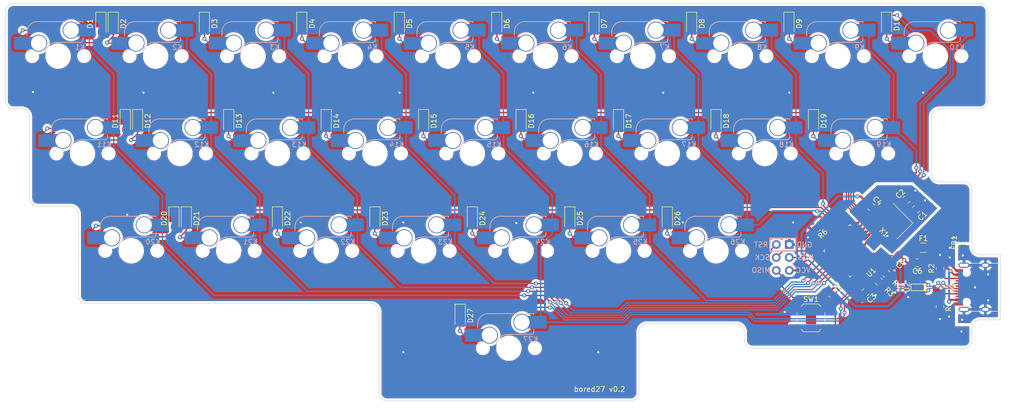
<source format=kicad_pcb>
(kicad_pcb (version 20211014) (generator pcbnew)
  (layers (0 "F.Cu" signal) (31 "B.Cu" signal) (34 "B.Paste" user) (35 "F.Paste" user) (36 "B.SilkS" user "B.Silkscreen") (37 "F.SilkS" user "F.Silkscreen") (38 "B.Mask" user) (39 "F.Mask" user) (44 "Edge.Cuts" user))
  (net 0 "")
  (net 1 "XTAL1")
  (net 2 "GND")
  (net 3 "XTAL2")
  (net 4 "Net-(C3-Pad2)")
  (net 5 "+5V")
  (net 6 "ROW0")
  (net 7 "Net-(D1-Pad2)")
  (net 8 "Net-(D2-Pad2)")
  (net 9 "Net-(D3-Pad2)")
  (net 10 "Net-(D4-Pad2)")
  (net 11 "Net-(D5-Pad2)")
  (net 12 "Net-(D6-Pad2)")
  (net 13 "Net-(D7-Pad2)")
  (net 14 "Net-(D8-Pad2)")
  (net 15 "Net-(D9-Pad2)")
  (net 16 "Net-(D10-Pad2)")
  (net 17 "ROW1")
  (net 18 "Net-(D11-Pad2)")
  (net 19 "Net-(D12-Pad2)")
  (net 20 "Net-(D13-Pad2)")
  (net 21 "Net-(D14-Pad2)")
  (net 22 "Net-(D15-Pad2)")
  (net 23 "Net-(D16-Pad2)")
  (net 24 "Net-(D17-Pad2)")
  (net 25 "Net-(D18-Pad2)")
  (net 26 "Net-(D19-Pad2)")
  (net 27 "ROW2")
  (net 28 "Net-(D20-Pad2)")
  (net 29 "Net-(D21-Pad2)")
  (net 30 "Net-(D22-Pad2)")
  (net 31 "Net-(D23-Pad2)")
  (net 32 "Net-(D24-Pad2)")
  (net 33 "Net-(D25-Pad2)")
  (net 34 "Net-(D26-Pad2)")
  (net 35 "ROW3")
  (net 36 "Net-(D27-Pad2)")
  (net 37 "VCC")
  (net 38 "Net-(J1-PadA5)")
  (net 39 "D+")
  (net 40 "D-")
  (net 42 "Net-(J1-PadB5)")
  (net 44 "MISO")
  (net 45 "SCK")
  (net 46 "MOSI")
  (net 47 "RESET")
  (net 48 "COL0")
  (net 49 "COL1")
  (net 50 "COL2")
  (net 51 "COL3")
  (net 52 "COL4")
  (net 53 "COL5")
  (net 54 "COL6")
  (net 55 "COL7")
  (net 56 "COL8")
  (net 57 "COL9")
  (net 58 "Net-(R6-Pad1)")
  (net 60 "Earth")
  (net 61 "DN")
  (net 62 "DP")
  (footprint "Resistor_SMD:R_0805_2012Metric_Pad1.20x1.40mm_HandSolder" (layer "F.Cu") (at 219.959907 113.127507 135)
    (fp_text reference "R3")
    (fp_text value "22")
  )
  (footprint "Capacitor_SMD:C_0805_2012Metric_Pad1.18x1.45mm_HandSolder" (layer "F.Cu") (at 218.468377 98.580377 -45)
    (fp_text reference "C4")
    (fp_text value "0.1uF")
  )
  (footprint "Diode_SMD:D_SOD-123" (layer "F.Cu") (at 92.86875 81.75625 -90)
    (fp_text reference "D13")
    (fp_text value "D")
  )
  (footprint "Diode_SMD:D_SOD-123" (layer "F.Cu") (at 130.96875 81.75625 -90)
    (fp_text reference "D15")
    (fp_text value "D")
  )
  (footprint "Resistor_SMD:R_0805_2012Metric_Pad1.20x1.40mm_HandSolder" (layer "F.Cu") (at 207.826893 102.688107 -135)
    (fp_text reference "R6")
    (fp_text value "10k")
  )
  (footprint "Inductor_SMD:L_0805_2012Metric_Pad1.15x1.40mm_HandSolder" (layer "F.Cu") (at 236.347 105.545999 90)
    (fp_text reference "FB1")
    (fp_text value "60@100MHz")
  )
  (footprint "Diode_SMD:D_SOD-123" (layer "F.Cu") (at 121.44375 100.80625 -90)
    (fp_text reference "D23")
    (fp_text value "D")
  )
  (footprint "Diode_SMD:D_SOD-123" (layer "F.Cu") (at 67.8815 62.70625 -90)
    (fp_text reference "D1")
    (fp_text value "D")
  )
  (footprint "Diode_SMD:D_SOD-123" (layer "F.Cu") (at 202.3745 62.70625 -90)
    (fp_text reference "D9")
    (fp_text value "D")
  )
  (footprint "Diode_SMD:D_SOD-123" (layer "F.Cu") (at 178.59375 100.80625 -90)
    (fp_text reference "D26")
    (fp_text value "D")
  )
  (footprint "Diode_SMD:D_SOD-123" (layer "F.Cu") (at 126.20625 62.70625 -90)
    (fp_text reference "D5")
    (fp_text value "D")
  )
  (footprint "Capacitor_SMD:C_0805_2012Metric_Pad1.18x1.45mm_HandSolder" (layer "F.Cu") (at 227.4785 109.474)
    (fp_text reference "C6")
    (fp_text value "10uF")
  )
  (footprint "Diode_SMD:D_SOD-123" (layer "F.Cu") (at 140.49375 100.80625 -90)
    (fp_text reference "D24")
    (fp_text value "D")
  )
  (footprint "random-keyboard-parts:SOT143B" (layer "F.Cu") (at 227.6856 114.299999 90)
    (fp_text reference "U2")
    (fp_text value "PRTR5V0U2X")
  )
  (footprint "Diode_SMD:D_SOD-123" (layer "F.Cu") (at 70.2945 62.70625 -90)
    (fp_text reference "D2")
    (fp_text value "D")
  )
  (footprint "Capacitor_SMD:C_0805_2012Metric_Pad1.18x1.45mm_HandSolder" (layer "F.Cu") (at 227.231377 99.031623 45)
    (fp_text reference "C1")
    (fp_text value "22pF")
  )
  (footprint "Diode_SMD:D_SOD-123" (layer "F.Cu") (at 150.01875 81.75625 -90)
    (fp_text reference "D16")
    (fp_text value "D")
  )
  (footprint "Diode_SMD:D_SOD-123" (layer "F.Cu") (at 183.35625 62.70625 -90)
    (fp_text reference "D8")
    (fp_text value "D")
  )
  (footprint "Diode_SMD:D_SOD-123" (layer "F.Cu") (at 159.54375 100.80625 -90)
    (fp_text reference "D25")
    (fp_text value "D")
  )
  (footprint "Capacitor_SMD:C_0805_2012Metric_Pad1.18x1.45mm_HandSolder" (layer "F.Cu") (at 225.326377 97.126623 45)
    (fp_text reference "C2")
    (fp_text value "22pF")
  )
  (footprint "Diode_SMD:D_SOD-123" (layer "F.Cu") (at 84.582 100.80625 -90)
    (fp_text reference "D21")
    (fp_text value "D")
  )
  (footprint "Button_Switch_SMD:SW_SPST_SKQG_WithStem" (layer "F.Cu") (at 206.6925 120.269)
    (fp_text reference "SW1")
    (fp_text value "SW_Push")
  )
  (footprint "Fuse:Fuse_1206_3216Metric_Pad1.42x1.75mm_HandSolder" (layer "F.Cu") (at 228.6365 106.553)
    (fp_text reference "F1")
    (fp_text value "500mA")
  )
  (footprint "Diode_SMD:D_SOD-123" (layer "F.Cu") (at 102.39375 100.80625 -90)
    (fp_text reference "D22")
    (fp_text value "D")
  )
  (footprint "Crystal:Crystal_SMD_3225-4Pin_3.2x2.5mm_HandSoldering" (layer "F.Cu") (at 223.097132 101.406478 135)
    (fp_text reference "X1")
    (fp_text value "16MHz")
  )
  (footprint "Diode_SMD:D_SOD-123" (layer "F.Cu") (at 188.11875 81.75625 -90)
    (fp_text reference "D18")
    (fp_text value "D")
  )
  (footprint "Diode_SMD:D_SOD-123" (layer "F.Cu") (at 75.057 81.75625 -90)
    (fp_text reference "D12")
    (fp_text value "D")
  )
  (footprint "Diode_SMD:D_SOD-123" (layer "F.Cu") (at 221.45625 62.70625 -90)
    (fp_text reference "D10")
    (fp_text value "D")
  )
  (footprint "Resistor_SMD:R_0805_2012Metric_Pad1.20x1.40mm_HandSolder" (layer "F.Cu") (at 210.747893 115.624893 -45)
    (fp_text reference "R5")
    (fp_text value "10k")
  )
  (footprint "Resistor_SMD:R_0805_2012Metric_Pad1.20x1.40mm_HandSolder" (layer "F.Cu") (at 221.433107 111.654307 135)
    (fp_text reference "R4")
    (fp_text value "22")
  )
  (footprint "Diode_SMD:D_SOD-123" (layer "F.Cu") (at 138.1125 119.85625 -90)
    (fp_text reference "D27")
    (fp_text value "D")
  )
  (footprint "Diode_SMD:D_SOD-123" (layer "F.Cu") (at 164.2745 62.70625 -90)
    (fp_text reference "D7")
    (fp_text value "D")
  )
  (footprint "Resistor_SMD:R_0805_2012Metric_Pad1.20x1.40mm_HandSolder" (layer "F.Cu") (at 231.902 118.094 -90)
    (fp_text reference "R1")
    (fp_text value "5.1k")
  )
  (footprint "Diode_SMD:D_SOD-123" (layer "F.Cu") (at 82.169 100.80625 -90)
    (fp_text reference "D20")
    (fp_text value "D")
  )
  (footprint "Diode_SMD:D_SOD-123" (layer "F.Cu") (at 145.25625 62.70625 -90)
    (fp_text reference "D6")
    (fp_text value "D")
  )
  (footprint "Capacitor_SMD:C_0805_2012Metric_Pad1.18x1.45mm_HandSolder" (layer "F.Cu") (at 217.325377 115.287623 -135)
    (fp_text reference "C3")
    (fp_text value "1uF")
  )
  (footprint "Diode_SMD:D_SOD-123" (layer "F.Cu") (at 111.91875 81.75625 -90)
    (fp_text reference "D14")
    (fp_text value "D")
  )
  (footprint "Diode_SMD:D_SOD-123" (layer "F.Cu") (at 207.16875 81.75625 -90)
    (fp_text reference "D19")
    (fp_text value "D")
  )
  (footprint "Connector_USB:USB_C_Receptacle_HRO_TYPE-C-31-M-12" (layer "F.Cu") (at 239.7125 114.3 90)
    (fp_text reference "J1")
    (fp_text value "USB_C_Receptacle_USB2.0")
  )
  (footprint "Capacitor_SMD:C_0805_2012Metric_Pad1.18x1.45mm_HandSolder" (layer "F.Cu") (at 223.110623 108.740377 -135)
    (fp_text reference "C5")
    (fp_text value "0.1uF")
  )
  (footprint "Diode_SMD:D_SOD-123" (layer "F.Cu") (at 169.06875 81.75625 -90)
    (fp_text reference "D17")
    (fp_text value "D")
  )
  (footprint "Package_QFP:TQFP-32_7x7mm_P0.8mm" (layer "F.Cu") (at 214.3125 107.15625 -135)
    (fp_text reference "U1")
    (fp_text value "ATmega32U2-A")
  )
  (footprint "Diode_SMD:D_SOD-123" (layer "F.Cu") (at 72.644 81.75625 -90)
    (fp_text reference "D11")
    (fp_text value "D")
  )
  (footprint "Diode_SMD:D_SOD-123" (layer "F.Cu") (at 88.10625 62.70625 -90)
    (fp_text reference "D3")
    (fp_text value "D")
  )
  (footprint "Diode_SMD:D_SOD-123" (layer "F.Cu") (at 107.15625 62.70625 -90)
    (fp_text reference "D4")
    (fp_text value "D")
  )
  (footprint "Resistor_SMD:R_0805_2012Metric_Pad1.20x1.40mm_HandSolder" (layer "F.Cu") (at 231.902 110.601 90)
    (fp_text reference "R2")
    (fp_text value "5.1k")
  )
  (footprint "marbastlib-mx:SW_MX_HS_1u" (layer "B.Cu") (at 135.73125 69.05625 180)
    (fp_text reference "K5")
    (fp_text value "T" hide)
  )
  (footprint "marbastlib-mx:SW_MX_HS_1u" (layer "B.Cu") (at 121.44375 88.10625 180)
    (fp_text reference "K14")
    (fp_text value "F" hide)
  )
  (footprint "marbastlib-mx:SW_MX_HS_1u" (layer "B.Cu") (at 64.29375 88.10625 180)
    (fp_text reference "K11")
    (fp_text value "A" hide)
  )
  (footprint "marbastlib-mx:SW_MX_HS_1u" (layer "B.Cu") (at 169.06875 107.15625 180)
    (fp_text reference "K25")
    (fp_text value "N" hide)
  )
  (footprint "marbastlib-mx:SW_MX_HS_1u" (layer "B.Cu") (at 159.54375 88.10625 180)
    (fp_text reference "K16")
    (fp_text value "H" hide)
  )
  (footprint "marbastlib-mx:SW_MX_HS_1u" (layer "B.Cu") (at 230.98125 69.05625 180)
    (fp_text reference "K10")
    (fp_text value "P" hide)
  )
  (footprint "marbastlib-mx:SW_MX_HS_1u" (layer "B.Cu") (at 192.88125 69.05625 180)
    (fp_text reference "K8")
    (fp_text value "I" hide)
  )
  (footprint "marbastlib-mx:SW_MX_HS_1u" (layer "B.Cu") (at 211.93125 69.05625 180)
    (fp_text reference "K9")
    (fp_text value "O" hide)
  )
  (footprint "random-keyboard-parts:Reset_Pretty-Mask" (layer "B.Cu") (at 201.168 108.458)
    (fp_text reference "J2")
    (fp_text value "AVR-ISP-6")
  )
  (footprint "marbastlib-mx:SW_MX_HS_1u" (layer "B.Cu") (at 102.39375 88.10625 180)
    (fp_text reference "K13")
    (fp_text value "D" hide)
  )
  (footprint "marbastlib-mx:SW_MX_HS_1u" (layer "B.Cu") (at 150.01875 107.15625 180)
    (fp_text reference "K24")
    (fp_text value "B" hide)
  )
  (footprint "marbastlib-mx:SW_MX_HS_1u" (layer "B.Cu") (at 173.83125 69.05625 180)
    (fp_text reference "K7")
    (fp_text value "U" hide)
  )
  (footprint "marbastlib-mx:SW_MX_HS_1u" (layer "B.Cu") (at 147.6375 126.20625 180)
    (fp_text reference "K27")
    (fp_text value "SPACE" hide)
  )
  (footprint "marbastlib-mx:SW_MX_HS_1u" (layer "B.Cu") (at 216.69375 88.10625 180)
    (fp_text reference "K19")
    (fp_text value "L" hide)
  )
  (footprint "marbastlib-mx:SW_MX_HS_1u" (layer "B.Cu") (at 111.91875 107.15625 180)
    (fp_text reference "K22")
    (fp_text value "C" hide)
  )
  (footprint "marbastlib-mx:SW_MX_HS_1u" (layer "B.Cu") (at 130.96875 107.15625 180)
    (fp_text reference "K23")
    (fp_text value "V" hide)
  )
  (footprint "marbastlib-mx:SW_MX_HS_1u" (layer "B.Cu") (at 92.86875 107.15625 180)
    (fp_text reference "K21")
    (fp_text value "X" hide)
  )
  (footprint "marbastlib-mx:SW_MX_HS_1u" (layer "B.Cu") (at 116.68125 69.05625 180)
    (fp_text reference "K4")
    (fp_text value "R" hide)
  )
  (footprint "marbastlib-mx:SW_MX_HS_1u" (layer "B.Cu") (at 197.64375 88.10625 180)
    (fp_text reference "K18")
    (fp_text value "K" hide)
  )
  (footprint "marbastlib-mx:SW_MX_HS_1u" (layer "B.Cu") (at 97.63125 69.05625 180)
    (fp_text reference "K3")
    (fp_text value "E" hide)
  )
  (footprint "marbastlib-mx:SW_MX_HS_1u" (layer "B.Cu") (at 140.49375 88.10625 180)
    (fp_text reference "K15")
    (fp_text value "G" hide)
  )
  (footprint "marbastlib-mx:SW_MX_HS_1u" (layer "B.Cu") (at 78.58125 69.05625 180)
    (fp_text reference "K2")
    (fp_text value "W" hide)
  )
  (footprint "marbastlib-mx:SW_MX_HS_1u" (layer "B.Cu") (at 73.81875 107.15625 180)
    (fp_text reference "K20")
    (fp_text value "Z" hide)
  )
  (footprint "marbastlib-mx:SW_MX_HS_1u" (layer "B.Cu") (at 178.59375 88.10625 180)
    (fp_text reference "K17")
    (fp_text value "J" hide)
  )
  (footprint "marbastlib-mx:SW_MX_HS_1u" (layer "B.Cu") (at 188.11875 107.15625 180)
    (fp_text reference "K26")
    (fp_text value "M" hide)
  )
  (footprint "marbastlib-mx:SW_MX_HS_1u" (layer "B.Cu") (at 59.53125 69.05625 180)
    (fp_text reference "K1")
    (fp_text value "Q" hide)
  )
  (footprint "marbastlib-mx:SW_MX_HS_1u" (layer "B.Cu") (at 83.34375 88.10625 180)
    (fp_text reference "K12")
    (fp_text value "S" hide)
  )
  (footprint "marbastlib-mx:SW_MX_HS_1u" (layer "B.Cu") (at 154.78125 69.05625 180)
    (fp_text reference "K6")
    (fp_text value "Y" hide)
  )
  (gr_arc (start 65.0875 117.475) (mid 63.964983 117.010017) (end 63.5 115.8875) (layer "Edge.Cuts") (width 0.1))
  (gr_arc (start 238.114875 124.61875) (mid 237.69193 125.77591) (end 236.5375 126.20625) (layer "Edge.Cuts") (width 0.1))
  (gr_line (start 53.975 80.9625) (end 53.975 96.8375) (layer "Edge.Cuts") (width 0.1))
  (gr_arc (start 123.825 136.525) (mid 122.702483 136.060017) (end 122.2375 134.9375) (layer "Edge.Cuts") (width 0.1))
  (gr_line (start 174.625 121.44375) (end 192.0875 121.44375) (layer "Edge.Cuts") (width 0.1))
  (gr_line (start 239.7125 120.65) (end 243.713 120.65) (layer "Edge.Cuts") (width 0.1))
  (gr_arc (start 49.2125 60.325) (mid 49.677465 59.20245) (end 50.8 58.7375) (layer "Edge.Cuts") (width 0.1))
  (gr_line (start 243.713 107.95) (end 239.7125 107.95) (layer "Edge.Cuts") (width 0.1))
  (gr_line (start 238.125 95.25) (end 238.125 106.3625) (layer "Edge.Cuts") (width 0.1))
  (gr_line (start 50.8 79.375) (end 52.3875 79.375) (layer "Edge.Cuts") (width 0.1))
  (gr_arc (start 173.0375 123.03125) (mid 173.502483 121.908733) (end 174.625 121.44375) (layer "Edge.Cuts") (width 0.1))
  (gr_line (start 193.675 123.03125) (end 193.675 124.61875) (layer "Edge.Cuts") (width 0.1))
  (gr_arc (start 192.0875 121.44375) (mid 193.210032 121.908718) (end 193.675 123.03125) (layer "Edge.Cuts") (width 0.1))
  (gr_line (start 241.3 77.7875) (end 241.3 60.325) (layer "Edge.Cuts") (width 0.1))
  (gr_line (start 243.713 120.65) (end 243.713 107.95) (layer "Edge.Cuts") (width 0.1))
  (gr_arc (start 173.0375 134.9375) (mid 172.572517 136.060017) (end 171.45 136.525) (layer "Edge.Cuts") (width 0.1))
  (gr_line (start 239.7125 79.375) (end 231.775 79.375) (layer "Edge.Cuts") (width 0.1))
  (gr_arc (start 195.2625 126.20625) (mid 194.139968 125.741282) (end 193.675 124.61875) (layer "Edge.Cuts") (width 0.1))
  (gr_line (start 63.5 100.0125) (end 63.5 115.8875) (layer "Edge.Cuts") (width 0.1))
  (gr_line (start 238.125 122.2375) (end 238.114875 124.61875) (layer "Edge.Cuts") (width 0.1))
  (gr_line (start 231.775 93.6625) (end 236.5375 93.6625) (layer "Edge.Cuts") (width 0.1))
  (gr_arc (start 50.8 79.375) (mid 49.677483 78.910017) (end 49.2125 77.7875) (layer "Edge.Cuts") (width 0.1))
  (gr_line (start 55.5625 98.425) (end 61.9125 98.425) (layer "Edge.Cuts") (width 0.1))
  (gr_arc (start 61.9125 98.425) (mid 63.035017 98.889983) (end 63.5 100.0125) (layer "Edge.Cuts") (width 0.1))
  (gr_line (start 123.825 136.525) (end 171.45 136.525) (layer "Edge.Cuts") (width 0.1))
  (gr_arc (start 238.125 122.2375) (mid 238.592953 121.117953) (end 239.7125 120.65) (layer "Edge.Cuts") (width 0.1))
  (gr_arc (start 52.3875 79.375) (mid 53.510017 79.839983) (end 53.975 80.9625) (layer "Edge.Cuts") (width 0.1))
  (gr_line (start 173.0375 123.03125) (end 173.0375 134.9375) (layer "Edge.Cuts") (width 0.1))
  (gr_arc (start 239.7125 107.95) (mid 238.595846 107.479154) (end 238.125 106.3625) (layer "Edge.Cuts") (width 0.1))
  (gr_line (start 50.8 58.7375) (end 239.7125 58.7375) (layer "Edge.Cuts") (width 0.1))
  (gr_arc (start 236.5375 93.6625) (mid 237.660032 94.127468) (end 238.125 95.25) (layer "Edge.Cuts") (width 0.1))
  (gr_line (start 230.1875 80.9625) (end 230.1875 92.075) (layer "Edge.Cuts") (width 0.1))
  (gr_line (start 195.2625 126.20625) (end 236.5375 126.20625) (layer "Edge.Cuts") (width 0.1))
  (gr_arc (start 230.1875 80.9625) (mid 230.652486 79.84) (end 231.775 79.375) (layer "Edge.Cuts") (width 0.1))
  (gr_arc (start 239.7125 58.7375) (mid 240.835 59.202486) (end 241.3 60.325) (layer "Edge.Cuts") (width 0.1))
  (gr_line (start 65.0875 117.475) (end 120.65 117.475) (layer "Edge.Cuts") (width 0.1))
  (gr_arc (start 55.5625 98.425) (mid 54.439983 97.960017) (end 53.975 96.8375) (layer "Edge.Cuts") (width 0.1))
  (gr_arc (start 241.3 77.7875) (mid 240.835017 78.910017) (end 239.7125 79.375) (layer "Edge.Cuts") (width 0.1))
  (gr_arc (start 120.65 117.475) (mid 121.772517 117.939983) (end 122.2375 119.0625) (layer "Edge.Cuts") (width 0.1))
  (gr_line (start 49.2125 60.325) (end 49.2125 77.7875) (layer "Edge.Cuts") (width 0.1))
  (gr_line (start 122.2375 119.0625) (end 122.2375 134.9375) (layer "Edge.Cuts") (width 0.1))
  (gr_arc (start 231.775 93.6625) (mid 230.652468 93.197532) (end 230.1875 92.075) (layer "Edge.Cuts") (width 0.1))
  (gr_text "bored27 v0.2" (at 165.354 134.239) (layer "F.SilkS") (effects (font (size 1 1))))
  (segment (start 225.679 102.362) (end 225.679 103.124) (width 0.254) (layer "F.Cu") (net 1))
  (segment (start 225.679 103.124) (end 223.52 105.283) (width 0.254) (layer "F.Cu") (net 1))
  (segment (start 226.497754 100.056466) (end 224.93561 101.61861) (width 0.254) (layer "F.Cu") (net 1))
  (segment (start 226.497754 99.765246) (end 226.497754 100.056466) (width 0.254) (layer "F.Cu") (net 1))
  (segment (start 220.145548 105.283) (end 219.297603 106.130945) (width 0.254) (layer "F.Cu") (net 1))
  (segment (start 223.52 105.283) (end 220.145548 105.283) (width 0.254) (layer "F.Cu") (net 1))
  (segment (start 224.93561 101.61861) (end 225.679 102.362) (width 0.254) (layer "F.Cu") (net 1))
  (segment (start 235.6675 111.05) (end 235.129 111.05) (width 0.381) (layer "F.Cu") (net 2))
  (segment (start 207.119786 103.395214) (end 207.119786 103.522214) (width 0.381) (layer "F.Cu") (net 2))
  (segment (start 207.119786 103.522214) (end 206.121 104.521) (width 0.381) (layer "F.Cu") (net 2))
  (segment (start 218.059 114.554) (end 219.329 115.824) (width 0.381) (layer "F.Cu") (net 2))
  (segment (start 224.79 99.568) (end 226.06 98.298) (width 0.381) (layer "F.Cu") (net 2))
  (segment (start 217.932 114.427) (end 217.932 111.341436) (width 0.381) (layer "F.Cu") (net 2))
  (segment (start 228.822 119.094) (end 226.9356 117.2076) (width 0.381) (layer "F.Cu") (net 2))
  (segment (start 233.045 119.126) (end 231.934 119.126) (width 0.381) (layer "F.Cu") (net 2))
  (segment (start 222.377 110.363) (end 223.012 110.998) (width 0.381) (layer "F.Cu") (net 2))
  (segment (start 217.034861 110.444297) (end 215.9 109.309436) (width 0.381) (layer "F.Cu") (net 2))
  (segment (start 202.256 118.419) (end 201.549 119.126) (width 0.381) (layer "F.Cu") (net 2))
  (segment (start 223.309264 103.244956) (end 222.28722 104.267) (width 0.381) (layer "F.Cu") (net 2))
  (segment (start 226.584001 115.299999) (end 225.679 116.205) (width 0.381) (layer "F.Cu") (net 2))
  (segment (start 218.059 114.554) (end 217.932 114.427) (width 0.381) (layer "F.Cu") (net 2))
  (segment (start 231.934 119.126) (end 231.902 119.094) (width 0.381) (layer "F.Cu") (net 2))
  (segment (start 231.902 109.601) (end 231.902 107.95) (width 0.381) (layer "F.Cu") (net 2))
  (segment (start 226.06 98.298) (end 227.965 98.298) (width 0.381) (layer "F.Cu") (net 2))
  (segment (start 217.932 111.341436) (end 217.034861 110.444297) (width 0.381) (layer "F.Cu") (net 2))
  (segment (start 231.902 119.094) (end 231.902 120.523) (width 0.381) (layer "F.Cu") (net 2))
  (segment (start 222.377 109.474) (end 222.377 110.363) (width 0.381) (layer "F.Cu") (net 2))
  (segment (start 222.123 96.393) (end 219.202 99.314) (width 0.381) (layer "F.Cu") (net 2))
  (segment (start 203.5925 118.419) (end 209.7925 118.419) (width 0.381) (layer "F.Cu") (net 2))
  (segment (start 222.28722 104.267) (end 221.615 104.267) (width 0.381) (layer "F.Cu") (net 2))
  (segment (start 236.347 104.520999) (end 234.569 104.521) (width 0.381) (layer "F.Cu") (net 2))
  (segment (start 222.885 99.568) (end 224.79 99.568) (width 0.381) (layer "F.Cu") (net 2))
  (segment (start 215.9 107.265806) (end 218.166232 104.999574) (width 0.381) (layer "F.Cu") (net 2))
  (segment (start 215.9 109.309436) (end 215.9 107.265806) (width 0.381) (layer "F.Cu") (net 2))
  (segment (start 223.139 99.822) (end 222.885 99.568) (width 0.381) (layer "F.Cu") (net 2))
  (segment (start 219.202 99.314) (end 219.202 103.963806) (width 0.381) (layer "F.Cu") (net 2))
  (segment (start 223.139 113.157) (end 225.171 113.157) (width 0.381) (layer "F.Cu") (net 2))
  (segment (start 228.516 109.812) (end 227.33 110.998) (width 0.381) (layer "F.Cu") (net 2))
  (segment (start 228.516 109.474) (end 228.516 109.812) (width 0.381) (layer "F.Cu") (net 2))
  (segment (start 223.139 103.074692) (end 223.139 99.822) (width 0.381) (layer "F.Cu") (net 2))
  (segment (start 226.9356 115.299999) (end 226.584001 115.299999) (width 0.381) (layer "F.Cu") (net 2))
  (segment (start 234.621 117.55) (end 233.045 119.126) (width 0.381) (layer "F.Cu") (net 2))
  (segment (start 226.06 96.393) (end 222.123 96.393) (width 0.381) (layer "F.Cu") (net 2))
  (segment (start 233.68 109.601) (end 231.902 109.601) (width 0.381) (layer "F.Cu") (net 2))
  (segment (start 231.902 119.094) (end 228.822 119.094) (width 0.381) (layer "F.Cu") (net 2))
  (segment (start 219.202 103.963806) (end 218.166232 104.999574) (width 0.381) (layer "F.Cu") (net 2))
  (segment (start 203.5925 118.419) (end 202.256 118.419) (width 0.381) (layer "F.Cu") (net 2))
  (segment (start 235.6675 117.55) (end 234.621 117.55) (width 0.381) (layer "F.Cu") (net 2))
  (segment (start 227.965 98.298) (end 228.981 97.282) (width 0.381) (layer "F.Cu") (net 2))
  (segment (start 223.139 115.316) (end 225.171 115.316) (width 0.381) (layer "F.Cu") (net 2))
  (segment (start 226.06 98.298) (end 226.06 96.393) (width 0.381) (layer "F.Cu") (net 2))
  (segment (start 235.129 111.05) (end 233.68 109.601) (width 0.381) (layer "F.Cu") (net 2))
  (segment (start 226.06 96.393) (end 227.076 95.377) (width 0.381) (layer "F.Cu") (net 2))
  (segment (start 223.309264 103.244956) (end 223.139 103.074692) (width 0.381) (layer "F.Cu") (net 2))
  (segment (start 226.9356 117.2076) (end 226.9356 115.299999) (width 0.381) (layer "F.Cu") (net 2))
  (via (at 225.679 116.205) (size 0.8) (drill 0.4) (layers "F.Cu" "B.Cu") (net 2))
  (via (at 101.6 76.2) (size 0.8) (drill 0.4) (layers "F.Cu" "B.Cu") (net 2))
  (via (at 106.934 101.6) (size 0.8) (drill 0.4) (layers "F.Cu" "B.Cu") (net 2))
  (via (at 177.8 76.2) (size 0.8) (drill 0.4) (layers "F.Cu" "B.Cu") (net 2))
  (via (at 127 101.6) (size 0.8) (drill 0.4) (layers "F.Cu" "B.Cu") (net 2))
  (via (at 223.139 115.316) (size 0.8) (drill 0.4) (layers "F.Cu" "B.Cu") (net 2))
  (via (at 76.2 76.2) (size 0.8) (drill 0.4) (layers "F.Cu" "B.Cu") (net 2))
  (via (at 223.139 113.157) (size 0.8) (drill 0.4) (layers "F.Cu" "B.Cu") (net 2))
  (via (at 225.171 115.316) (size 0.8) (drill 0.4) (layers "F.Cu" "B.Cu") (net 2))
  (via (at 234.569 104.521) (size 0.8) (drill 0.4) (layers "F.Cu" "B.Cu") (net 2))
  (via (at 219.329 115.824) (size 0.8) (drill 0.4) (layers "F.Cu" "B.Cu") (net 2))
  (via (at 203.2 101.6) (size 0.8) (drill 0.4) (layers "F.Cu" "B.Cu") (net 2))
  (via (at 152.4 76.2) (size 0.8) (drill 0.4) (layers "F.Cu" "B.Cu") (net 2))
  (via (at 221.615 104.267) (size 0.8) (drill 0.4) (layers "F.Cu" "B.Cu") (net 2))
  (via (at 233.807 108.458) (size 0.8) (drill 0.4) (layers "F.Cu" "B.Cu") (net 2))
  (via (at 225.171 113.157) (size 0.8) (drill 0.4) (layers "F.Cu" "B.Cu") (net 2))
  (via (at 181.61 101.6) (size 0.8) (drill 0.4) (layers "F.Cu" "B.Cu") (net 2))
  (via (at 231.902 107.95) (size 0.8) (drill 0.4) (layers "F.Cu" "B.Cu") (net 2))
  (via (at 73.025 100.076) (size 0.8) (drill 0.4) (layers "F.Cu" "B.Cu") (net 2))
  (via (at 201.549 119.126) (size 0.8) (drill 0.4) (layers "F.Cu" "B.Cu") (net 2))
  (via (at 54.61 76.073) (size 0.8) (drill 0.4) (layers "F.Cu" "B.Cu") (net 2))
  (via (at 228.6 76.2) (size 0.8) (drill 0.4) (layers "F.Cu" "B.Cu") (net 2))
  (via (at 223.012 110.998) (size 0.8) (drill 0.4) (layers "F.Cu" "B.Cu") (net 2))
  (via (at 202.438 76.2) (size 0.8) (drill 0.4) (layers "F.Cu" "B.Cu") (net 2))
  (via (at 233.68 120.015) (size 0.8) (drill 0.4) (layers "F.Cu" "B.Cu") (net 2))
  (via (at 236.093 122.936) (size 0.8) (drill 0.4) (layers "F.Cu" "B.Cu") (net 2))
  (via (at 231.902 120.523) (size 0.8) (drill 0.4) (layers "F.Cu" "B.Cu") (net 2))
  (via (at 165.1 127) (size 0.8) (drill 0.4) (layers "F.Cu" "B.Cu") (net 2))
  (via (at 227.076 95.377) (size 0.8) (drill 0.4) (layers "F.Cu" "B.Cu") (net 2))
  (via (at 126.238 76.2) (size 0.8) (drill 0.4) (layers "F.Cu" "B.Cu") (net 2))
  (via (at 228.981 97.282) (size 0.8) (drill 0.4) (layers "F.Cu" "B.Cu") (net 2))
  (via (at 127 127) (size 0.8) (drill 0.4) (layers "F.Cu" "B.Cu") (net 2))
  (via (at 206.121 104.521) (size 0.8) (drill 0.4) (layers "F.Cu" "B.Cu") (net 2))
  (via (at 233.807 106.553) (size 0.8) (drill 0.4) (layers "F.Cu" "B.Cu") (net 2))
  (via (at 149.098 101.727) (size 0.8) (drill 0.4) (layers "F.Cu" "B.Cu") (net 2))
  (via (at 227.33 110.998) (size 0.8) (drill 0.4) (layers "F.Cu" "B.Cu") (net 2))
  (segment (start 221.258654 101.194346) (end 221.107 101.042692) (width 0.254) (layer "F.Cu") (net 3))
  (segment (start 221.258654 103.038523) (end 218.731917 105.56526) (width 0.254) (layer "F.Cu") (net 3))
  (segment (start 221.107 101.042692) (end 221.107 99.187) (width 0.254) (layer "F.Cu") (net 3))
  (segment (start 221.258654 101.194346) (end 221.258654 103.038523) (width 0.254) (layer "F.Cu") (net 3))
  (segment (start 224.268508 97.536) (end 224.592754 97.860246) (width 0.254) (layer "F.Cu") (net 3))
  (segment (start 221.107 99.187) (end 222.758 97.536) (width 0.254) (layer "F.Cu") (net 3))
  (segment (start 222.758 97.536) (end 224.268508 97.536) (width 0.254) (layer "F.Cu") (net 3))
  (segment (start 217.4145 111.955306) (end 216.469176 111.009982) (width 0.254) (layer "F.Cu") (net 4))
  (segment (start 217.4145 113.2935) (end 217.4145 111.955306) (width 0.254) (layer "F.Cu") (net 4))
  (segment (start 216.591754 114.116246) (end 217.4145 113.2935) (width 0.254) (layer "F.Cu") (net 4))
  (segment (start 216.591754 116.021246) (end 216.591754 114.116246) (width 0.254) (layer "F.Cu") (net 4))
  (segment (start 227.149 107.75) (end 226.441 108.458) (width 0.381) (layer "F.Cu") (net 5))
  (segment (start 210.040786 114.917786) (end 210.571786 114.917786) (width 0.381) (layer "F.Cu") (net 5))
  (segment (start 218.567 103.467436) (end 217.600547 104.433889) (width 0.381) (layer "F.Cu") (net 5))
  (segment (start 226.441 108.458) (end 226.441 109.474) (width 0.381) (layer "F.Cu") (net 5))
  (segment (start 210.571786 114.917786) (end 211.385786 114.103786) (width 0.381) (layer "F.Cu") (net 5))
  (segment (start 218.731917 108.74724) (end 219.297603 108.181555) (width 0.381) (layer "F.Cu") (net 5))
  (segment (start 224.917 108.966) (end 225.425 109.474) (width 0.381) (layer "F.Cu") (net 5))
  (segment (start 223.957754 108.006754) (end 223.844246 108.006754) (width 0.381) (layer "F.Cu") (net 5))
  (segment (start 216.408 96.52) (end 217.734754 97.846754) (width 0.381) (layer "F.Cu") (net 5))
  (segment (start 218.567 100.53) (end 218.567 103.467436) (width 0.381) (layer "F.Cu") (net 5))
  (segment (start 225.425 109.474) (end 226.441 109.474) (width 0.381) (layer "F.Cu") (net 5))
  (segment (start 215.773 96.52) (end 216.408 96.52) (width 0.381) (layer "F.Cu") (net 5))
  (segment (start 217.734754 99.697754) (end 218.567 100.53) (width 0.381) (layer "F.Cu") (net 5))
  (segment (start 203.708 110.998) (end 202.438 110.998) (width 0.381) (layer "F.Cu") (net 5))
  (segment (start 227.149 106.553) (end 227.149 107.75) (width 0.381) (layer "F.Cu") (net 5))
  (segment (start 219.297603 108.181555) (end 223.669445 108.181555) (width 0.381) (layer "F.Cu") (net 5))
  (segment (start 223.669445 108.181555) (end 223.844246 108.006754) (width 0.381) (layer "F.Cu") (net 5))
  (segment (start 205.994 108.712) (end 203.708 110.998) (width 0.381) (layer "F.Cu") (net 5))
  (segment (start 224.917 108.966) (end 223.957754 108.006754) (width 0.381) (layer "F.Cu") (net 5))
  (segment (start 217.734754 97.846754) (end 217.734754 99.697754) (width 0.381) (layer "F.Cu") (net 5))
  (via (at 224.917 108.966) (size 0.8) (drill 0.4) (layers "F.Cu" "B.Cu") (net 5))
  (via (at 215.773 96.52) (size 0.8) (drill 0.4) (layers "F.Cu" "B.Cu") (net 5))
  (via (at 205.994 108.712) (size 0.8) (drill 0.4) (layers "F.Cu" "B.Cu") (net 5))
  (via (at 211.385786 114.103786) (size 0.8) (drill 0.4) (layers "F.Cu" "B.Cu") (net 5))
  (segment (start 215.773 96.52) (end 211.963 96.52) (width 0.381) (layer "B.Cu") (net 5))
  (segment (start 221.742 117.983) (end 215.265 117.983) (width 0.381) (layer "B.Cu") (net 5))
  (segment (start 224.917 108.966) (end 224.155 109.728) (width 0.381) (layer "B.Cu") (net 5))
  (segment (start 224.155 115.57) (end 221.742 117.983) (width 0.381) (layer "B.Cu") (net 5))
  (segment (start 215.265 117.983) (end 205.994 108.712) (width 0.381) (layer "B.Cu") (net 5))
  (segment (start 224.155 109.728) (end 224.155 115.57) (width 0.381) (layer "B.Cu") (net 5))
  (segment (start 211.963 96.52) (end 204.851 103.632) (width 0.381) (layer "B.Cu") (net 5))
  (segment (start 204.851 107.569) (end 205.994 108.712) (width 0.381) (layer "B.Cu") (net 5))
  (segment (start 204.851 103.632) (end 204.851 107.569) (width 0.381) (layer "B.Cu") (net 5))
  (segment (start 145.25625 61.05625) (end 164.2745 61.05625) (width 0.254) (layer "F.Cu") (net 6))
  (segment (start 217.282694 102.489) (end 216.469176 103.302518) (width 0.254) (layer "F.Cu") (net 6))
  (segment (start 164.2745 61.05625) (end 183.35625 61.05625) (width 0.254) (layer "F.Cu") (net 6))
  (segment (start 67.8815 61.05625) (end 70.2945 61.05625) (width 0.254) (layer "F.Cu") (net 6))
  (segment (start 228.0005 92.105448) (end 227.214948 92.891) (width 0.254) (layer "F.Cu") (net 6))
  (segment (start 214.503 94.988948) (end 214.503 97.924053) (width 0.254) (layer "F.Cu") (net 6))
  (segment (start 107.15625 61.05625) (end 126.20625 61.05625) (width 0.254) (layer "F.Cu") (net 6))
  (segment (start 223.48925 61.05625) (end 223.52 61.087) (width 0.254) (layer "F.Cu") (net 6))
  (segment (start 216.600948 92.891) (end 214.503 94.988948) (width 0.254) (layer "F.Cu") (net 6))
  (segment (start 228.0005 91.622245) (end 228.0005 92.105448) (width 0.254) (layer "F.Cu") (net 6))
  (segment (start 217.297 100.718053) (end 217.297 102.489) (width 0.254) (layer "F.Cu") (net 6))
  (segment (start 227.214948 92.891) (end 216.600948 92.891) (width 0.254) (layer "F.Cu") (net 6))
  (segment (start 202.3745 61.05625) (end 221.45625 61.05625) (width 0.254) (layer "F.Cu") (net 6))
  (segment (start 221.45625 61.05625) (end 223.48925 61.05625) (width 0.254) (layer "F.Cu") (net 6))
  (segment (start 183.35625 61.05625) (end 202.3745 61.05625) (width 0.254) (layer "F.Cu") (net 6))
  (segment (start 70.2945 61.05625) (end 88.10625 61.05625) (width 0.254) (layer "F.Cu") (net 6))
  (segment (start 126.20625 61.05625) (end 145.25625 61.05625) (width 0.254) (layer "F.Cu") (net 6))
  (segment (start 88.10625 61.05625) (end 107.15625 61.05625) (width 0.254) (layer "F.Cu") (net 6))
  (segment (start 217.297 102.489) (end 217.282694 102.489) (width 0.254) (layer "F.Cu") (net 6))
  (segment (start 214.503 97.924053) (end 217.297 100.718053) (width 0.254) (layer "F.Cu") (net 6))
  (via (at 223.52 61.087) (size 0.8) (drill 0.4) (layers "F.Cu" "B.Cu") (net 6))
  (via (at 228.0005 91.622245) (size 0.8) (drill 0.4) (layers "F.Cu" "B.Cu") (net 6))
  (segment (start 229.997 64.008) (end 233.934 67.945) (width 0.254) (layer "B.Cu") (net 6))
  (segment (start 233.934 67.945) (end 233.934 72.509948) (width 0.254) (layer "B.Cu") (net 6))
  (segment (start 228.273 78.170947) (end 228.0005 78.443447) (width 0.254) (layer "B.Cu") (net 6))
  (segment (start 226.441 64.008) (end 229.997 64.008) (width 0.254) (layer "B.Cu") (net 6))
  (segment (start 228.0005 78.443447) (end 228.0005 91.622245) (width 0.254) (layer "B.Cu") (net 6))
  (segment (start 233.934 72.509948) (end 228.273 78.170947) (width 0.254) (layer "B.Cu") (net 6))
  (segment (start 223.52 61.087) (end 226.441 64.008) (width 0.254) (layer "B.Cu") (net 6))
  (segment (start 67.8815 65.0875) (end 67.8815 64.35625) (width 0.254) (layer "F.Cu") (net 7))
  (segment (start 58.293 64.008) (end 60.579 66.421) (width 0.254) (layer "F.Cu") (net 7))
  (segment (start 52.578 64.008) (end 58.293 64.008) (width 0.254) (layer "F.Cu") (net 7))
  (segment (start 60.579 66.421) (end 66.548 66.421) (width 0.254) (layer "F.Cu") (net 7))
  (segment (start 66.548 66.421) (end 67.8815 65.0875) (width 0.254) (layer "F.Cu") (net 7))
  (via (at 52.578 64.008) (size 0.8) (drill 0.4) (layers "F.Cu" "B.Cu") (net 7))
  (segment (start 52.578 64.008) (end 52.17125 64.54175) (width 0.254) (layer "B.Cu") (net 7))
  (segment (start 52.17125 64.54175) (end 52.17125 66.51625) (width 0.254) (layer "B.Cu") (net 7))
  (segment (start 70.2945 65.0875) (end 70.2945 64.35625) (width 0.254) (layer "F.Cu") (net 8))
  (segment (start 69.088 66.421) (end 70.2945 65.0875) (width 0.254) (layer "F.Cu") (net 8))
  (via (at 69.088 66.421) (size 0.8) (drill 0.4) (layers "F.Cu" "B.Cu") (net 8))
  (segment (start 69.088 66.421) (end 69.31025 66.51625) (width 0.254) (layer "B.Cu") (net 8))
  (segment (start 69.31025 66.51625) (end 71.22125 66.51625) (width 0.254) (layer "B.Cu") (net 8))
  (segment (start 88.138 64.388) (end 88.10625 64.35625) (width 0.254) (layer "F.Cu") (net 9))
  (segment (start 88.138 65.659) (end 88.138 64.388) (width 0.254) (layer "F.Cu") (net 9))
  (via (at 88.138 65.659) (size 0.8) (drill 0.4) (layers "F.Cu" "B.Cu") (net 9))
  (segment (start 90.27125 66.51625) (end 88.99525 66.51625) (width 0.254) (layer "B.Cu") (net 9))
  (segment (start 88.99525 66.51625) (end 88.138 65.659) (width 0.254) (layer "B.Cu") (net 9))
  (segment (start 107.188 64.388) (end 107.15625 64.35625) (width 0.254) (layer "F.Cu") (net 10))
  (segment (start 107.188 65.659) (end 107.188 64.388) (width 0.254) (layer "F.Cu") (net 10))
  (via (at 107.188 65.659) (size 0.8) (drill 0.4) (layers "F.Cu" "B.Cu") (net 10))
  (segment (start 109.32125 66.51625) (end 108.04525 66.51625) (width 0.254) (layer "B.Cu") (net 10))
  (segment (start 108.04525 66.51625) (end 107.188 65.659) (width 0.254) (layer "B.Cu") (net 10))
  (segment (start 126.238 64.388) (end 126.20625 64.35625) (width 0.254) (layer "F.Cu") (net 11))
  (segment (start 126.238 65.659) (end 126.238 64.388) (width 0.254) (layer "F.Cu") (net 11))
  (via (at 126.238 65.659) (size 0.8) (drill 0.4) (layers "F.Cu" "B.Cu") (net 11))
  (segment (start 127.09525 66.51625) (end 126.238 65.659) (width 0.254) (layer "B.Cu") (net 11))
  (segment (start 128.37125 66.51625) (end 127.09525 66.51625) (width 0.254) (layer "B.Cu") (net 11))
  (segment (start 145.288 65.659) (end 145.288 64.388) (width 0.254) (layer "F.Cu") (net 12))
  (segment (start 145.288 64.388) (end 145.25625 64.35625) (width 0.254) (layer "F.Cu") (net 12))
  (via (at 145.288 65.659) (size 0.8) (drill 0.4) (layers "F.Cu" "B.Cu") (net 12))
  (segment (start 146.14525 66.51625) (end 145.288 65.659) (width 0.254) (layer "B.Cu") (net 12))
  (segment (start 147.42125 66.51625) (end 146.14525 66.51625) (width 0.254) (layer "B.Cu") (net 12))
  (segment (start 164.338 64.41975) (end 164.2745 64.35625) (width 0.254) (layer "F.Cu") (net 13))
  (segment (start 164.338 65.659) (end 164.338 64.41975) (width 0.254) (layer "F.Cu") (net 13))
  (via (at 164.338 65.659) (size 0.8) (drill 0.4) (layers "F.Cu" "B.Cu") (net 13))
  (segment (start 166.47125 66.51625) (end 165.19525 66.51625) (width 0.254) (layer "B.Cu") (net 13))
  (segment (start 165.19525 66.51625) (end 164.338 65.659) (width 0.254) (layer "B.Cu") (net 13))
  (segment (start 183.388 65.659) (end 183.388 64.388) (width 0.254) (layer "F.Cu") (net 14))
  (segment (start 183.388 64.388) (end 183.35625 64.35625) (width 0.254) (layer "F.Cu") (net 14))
  (via (at 183.388 65.659) (size 0.8) (drill 0.4) (layers "F.Cu" "B.Cu") (net 14))
  (segment (start 184.24525 66.51625) (end 183.388 65.659) (width 0.254) (layer "B.Cu") (net 14))
  (segment (start 185.52125 66.51625) (end 184.24525 66.51625) (width 0.254) (layer "B.Cu") (net 14))
  (segment (start 202.438 65.659) (end 202.438 64.41975) (width 0.254) (layer "F.Cu") (net 15))
  (segment (start 202.438 64.41975) (end 202.3745 64.35625) (width 0.254) (layer "F.Cu") (net 15))
  (via (at 202.438 65.659) (size 0.8) (drill 0.4) (layers "F.Cu" "B.Cu") (net 15))
  (segment (start 204.57125 66.51625) (end 203.29525 66.51625) (width 0.254) (layer "B.Cu") (net 15))
  (segment (start 203.29525 66.51625) (end 202.438 65.659) (width 0.254) (layer "B.Cu") (net 15))
  (segment (start 221.488 64.388) (end 221.45625 64.35625) (width 0.254) (layer "F.Cu") (net 16))
  (segment (start 221.488 65.659) (end 221.488 64.388) (width 0.254) (layer "F.Cu") (net 16))
  (via (at 221.488 65.659) (size 0.8) (drill 0.4) (layers "F.Cu" "B.Cu") (net 16))
  (segment (start 222.34525 66.51625) (end 221.488 65.659) (width 0.254) (layer "B.Cu") (net 16))
  (segment (start 223.62125 66.51625) (end 222.34525 66.51625) (width 0.254) (layer "B.Cu") (net 16))
  (segment (start 216.224842 91.983) (end 213.595 94.612842) (width 0.254) (layer "F.Cu") (net 17))
  (segment (start 216.132843 100.838) (end 216.132843 101.376109) (width 0.254) (layer "F.Cu") (net 17))
  (segment (start 111.91875 80.10625) (end 130.96875 80.10625) (width 0.254) (layer "F.Cu") (net 17))
  (segment (start 219.71 90.678) (end 218.405 91.983) (width 0.254) (layer "F.Cu") (net 17))
  (segment (start 218.405 91.983) (end 216.224842 91.983) (width 0.254) (layer "F.Cu") (net 17))
  (segment (start 150.01875 80.10625) (end 169.06875 80.10625) (width 0.254) (layer "F.Cu") (net 17))
  (segment (start 207.16875 80.10625) (end 212.44025 80.10625) (width 0.254) (layer "F.Cu") (net 17))
  (segment (start 219.71 87.376) (end 219.71 90.678) (width 0.254) (layer "F.Cu") (net 17))
  (segment (start 72.644 80.10625) (end 75.057 80.10625) (width 0.254) (layer "F.Cu") (net 17))
  (segment (start 216.132843 101.376109) (end 215.337805 102.171147) (width 0.254) (layer "F.Cu") (net 17))
  (segment (start 213.595 98.300158) (end 216.132843 100.838) (width 0.254) (layer "F.Cu") (net 17))
  (segment (start 75.057 80.10625) (end 92.86875 80.10625) (width 0.254) (layer "F.Cu") (net 17))
  (segment (start 188.11875 80.10625) (end 207.16875 80.10625) (width 0.254) (layer "F.Cu") (net 17))
  (segment (start 169.06875 80.10625) (end 188.11875 80.10625) (width 0.254) (layer "F.Cu") (net 17))
  (segment (start 213.595 94.612842) (end 213.595 98.300158) (width 0.254) (layer "F.Cu") (net 17))
  (segment (start 92.86875 80.10625) (end 111.91875 80.10625) (width 0.254) (layer "F.Cu") (net 17))
  (segment (start 130.96875 80.10625) (end 150.01875 80.10625) (width 0.254) (layer "F.Cu") (net 17))
  (segment (start 212.44025 80.10625) (end 219.71 87.376) (width 0.254) (layer "F.Cu") (net 17))
  (segment (start 62.738 83.185) (end 65.151 85.471) (width 0.254) (layer "F.Cu") (net 18))
  (segment (start 72.644 84.455) (end 72.644 83.40625) (width 0.254) (layer "F.Cu") (net 18))
  (segment (start 65.151 85.471) (end 71.628 85.471) (width 0.254) (layer "F.Cu") (net 18))
  (segment (start 71.628 85.471) (end 72.644 84.455) (width 0.254) (layer "F.Cu") (net 18))
  (segment (start 57.404 83.185) (end 62.738 83.185) (width 0.254) (layer "F.Cu") (net 18))
  (via (at 57.404 83.185) (size 0.8) (drill 0.4) (layers "F.Cu" "B.Cu") (net 18))
  (segment (start 57.404 83.185) (end 56.93375 83.82) (width 0.254) (layer "B.Cu") (net 18))
  (segment (start 56.93375 83.82) (end 56.93375 85.56625) (width 0.254) (layer "B.Cu") (net 18))
  (segment (start 73.787 85.471) (end 75.057 84.201) (width 0.254) (layer "F.Cu") (net 19))
  (segment (start 75.057 84.201) (end 75.057 83.40625) (width 0.254) (layer "F.Cu") (net 19))
  (via (at 73.787 85.471) (size 0.8) (drill 0.4) (layers "F.Cu" "B.Cu") (net 19))
  (segment (start 73.787 85.471) (end 73.88225 85.56625) (width 0.254) (layer "B.Cu") (net 19))
  (segment (start 73.88225 85.56625) (end 75.98375 85.56625) (width 0.254) (layer "B.Cu") (net 19))
  (segment (start 92.837 83.438) (end 92.86875 83.40625) (width 0.254) (layer "F.Cu") (net 20))
  (segment (start 92.837 84.709) (end 92.837 83.438) (width 0.254) (layer "F.Cu") (net 20))
  (via (at 92.837 84.709) (size 0.8) (drill 0.4) (layers "F.Cu" "B.Cu") (net 20))
  (segment (start 93.56725 85.56625) (end 95.03375 85.56625) (width 0.254) (layer "B.Cu") (net 20))
  (segment (start 92.837 84.709) (end 93.56725 85.56625) (width 0.254) (layer "B.Cu") (net 20))
  (segment (start 111.887 83.438) (end 111.91875 83.40625) (width 0.254) (layer "F.Cu") (net 21))
  (segment (start 111.887 84.709) (end 111.887 83.438) (width 0.254) (layer "F.Cu") (net 21))
  (via (at 111.887 84.709) (size 0.8) (drill 0.4) (layers "F.Cu" "B.Cu") (net 21))
  (segment (start 114.08375 85.56625) (end 112.74425 85.56625) (width 0.254) (layer "B.Cu") (net 21))
  (segment (start 112.74425 85.56625) (end 111.887 84.709) (width 0.254) (layer "B.Cu") (net 21))
  (segment (start 130.937 84.709) (end 130.937 83.438) (width 0.254) (layer "F.Cu") (net 22))
  (segment (start 130.937 83.438) (end 130.96875 83.40625) (width 0.254) (layer "F.Cu") (net 22))
  (via (at 130.937 84.709) (size 0.8) (drill 0.4) (layers "F.Cu" "B.Cu") (net 22))
  (segment (start 131.79425 85.56625) (end 130.937 84.709) (width 0.254) (layer "B.Cu") (net 22))
  (segment (start 133.13375 85.56625) (end 131.79425 85.56625) (width 0.254) (layer "B.Cu") (net 22))
  (segment (start 149.987 83.438) (end 150.01875 83.40625) (width 0.254) (layer "F.Cu") (net 23))
  (segment (start 149.987 84.709) (end 149.987 83.438) (width 0.254) (layer "F.Cu") (net 23))
  (via (at 149.987 84.709) (size 0.8) (drill 0.4) (layers "F.Cu" "B.Cu") (net 23))
  (segment (start 152.18375 85.56625) (end 150.84425 85.56625) (width 0.254) (layer "B.Cu") (net 23))
  (segment (start 150.84425 85.56625) (end 149.987 84.709) (width 0.254) (layer "B.Cu") (net 23))
  (segment (start 169.037 83.438) (end 169.06875 83.40625) (width 0.254) (layer "F.Cu") (net 24))
  (segment (start 169.037 84.709) (end 169.037 83.438) (width 0.254) (layer "F.Cu") (net 24))
  (via (at 169.037 84.709) (size 0.8) (drill 0.4) (layers "F.Cu" "B.Cu") (net 24))
  (segment (start 171.23375 85.56625) (end 169.89425 85.56625) (width 0.254) (layer "B.Cu") (net 24))
  (segment (start 169.89425 85.56625) (end 169.037 84.709) (width 0.254) (layer "B.Cu") (net 24))
  (segment (start 188.087 84.709) (end 188.087 83.438) (width 0.254) (layer "F.Cu") (net 25))
  (segment (start 188.087 83.438) (end 188.11875 83.40625) (width 0.254) (layer "F.Cu") (net 25))
  (via (at 188.087 84.709) (size 0.8) (drill 0.4) (layers "F.Cu" "B.Cu") (net 25))
  (segment (start 188.94425 85.56625) (end 188.087 84.709) (width 0.254) (layer "B.Cu") (net 25))
  (segment (start 190.28375 85.56625) (end 188.94425 85.56625) (width 0.254) (layer "B.Cu") (net 25))
  (segment (start 207.137 84.709) (end 207.137 83.438) (width 0.254) (layer "F.Cu") (net 26))
  (segment (start 207.137 83.438) (end 207.16875 83.40625) (width 0.254) (layer "F.Cu") (net 26))
  (via (at 207.137 84.709) (size 0.8) (drill 0.4) (layers "F.Cu" "B.Cu") (net 26))
  (segment (start 207.99425 85.56625) (end 207.137 84.709) (width 0.254) (layer "B.Cu") (net 26))
  (segment (start 209.33375 85.56625) (end 207.99425 85.56625) (width 0.254) (layer "B.Cu") (net 26))
  (segment (start 102.39375 99.15625) (end 121.44375 99.15625) (width 0.254) (layer "F.Cu") (net 27))
  (segment (start 212.72151 102.736833) (end 208.663677 98.679) (width 0.254) (layer "F.Cu") (net 27))
  (segment (start 178.59375 99.15625) (end 179.071 98.679) (width 0.254) (layer "F.Cu") (net 27))
  (segment (start 179.071 98.679) (end 208.663677 98.679) (width 0.254) (layer "F.Cu") (net 27))
  (segment (start 159.54375 99.15625) (end 178.59375 99.15625) (width 0.254) (layer "F.Cu") (net 27))
  (segment (start 121.44375 99.15625) (end 140.49375 99.15625) (width 0.254) (layer "F.Cu") (net 27))
  (segment (start 140.49375 99.15625) (end 159.54375 99.15625) (width 0.254) (layer "F.Cu") (net 27))
  (segment (start 84.582 99.15625) (end 102.39375 99.15625) (width 0.254) (layer "F.Cu") (net 27))
  (segment (start 82.169 99.15625) (end 84.582 99.15625) (width 0.254) (layer "F.Cu") (net 27))
  (segment (start 74.676 104.394) (end 81.153 104.394) (width 0.254) (layer "F.Cu") (net 28))
  (segment (start 72.517 102.235) (end 74.676 104.394) (width 0.254) (layer "F.Cu") (net 28))
  (segment (start 66.929 102.235) (end 72.517 102.235) (width 0.254) (layer "F.Cu") (net 28))
  (segment (start 81.153 104.394) (end 82.169 103.378) (width 0.254) (layer "F.Cu") (net 28))
  (segment (start 82.169 103.378) (end 82.169 102.45625) (width 0.254) (layer "F.Cu") (net 28))
  (via (at 66.929 102.235) (size 0.8) (drill 0.4) (layers "F.Cu" "B.Cu") (net 28))
  (segment (start 66.929 102.235) (end 66.45875 102.83225) (width 0.254) (layer "B.Cu") (net 28))
  (segment (start 66.45875 102.83225) (end 66.45875 104.61625) (width 0.254) (layer "B.Cu") (net 28))
  (segment (start 84.582 103.124) (end 84.582 102.45625) (width 0.254) (layer "F.Cu") (net 29))
  (segment (start 83.312 104.521) (end 84.582 103.124) (width 0.254) (layer "F.Cu") (net 29))
  (via (at 83.312 104.521) (size 0.8) (drill 0.4) (layers "F.Cu" "B.Cu") (net 29))
  (segment (start 83.312 104.521) (end 83.53425 104.61625) (width 0.254) (layer "B.Cu") (net 29))
  (segment (start 83.53425 104.61625) (end 85.50875 104.61625) (width 0.254) (layer "B.Cu") (net 29))
  (segment (start 102.362 102.488) (end 102.39375 102.45625) (width 0.254) (layer "F.Cu") (net 30))
  (segment (start 102.362 103.759) (end 102.362 102.488) (width 0.254) (layer "F.Cu") (net 30))
  (via (at 102.362 103.759) (size 0.8) (drill 0.4) (layers "F.Cu" "B.Cu") (net 30))
  (segment (start 103.21925 104.61625) (end 102.362 103.759) (width 0.254) (layer "B.Cu") (net 30))
  (segment (start 104.55875 104.61625) (end 103.21925 104.61625) (width 0.254) (layer "B.Cu") (net 30))
  (segment (start 121.412 103.759) (end 121.412 102.488) (width 0.254) (layer "F.Cu") (net 31))
  (segment (start 121.412 102.488) (end 121.44375 102.45625) (width 0.254) (layer "F.Cu") (net 31))
  (via (at 121.412 103.759) (size 0.8) (drill 0.4) (layers "F.Cu" "B.Cu") (net 31))
  (segment (start 123.60875 104.61625) (end 122.26925 104.61625) (width 0.254) (layer "B.Cu") (net 31))
  (segment (start 122.26925 104.61625) (end 121.412 103.759) (width 0.254) (layer "B.Cu") (net 31))
  (segment (start 140.462 102.488) (end 140.49375 102.45625) (width 0.254) (layer "F.Cu") (net 32))
  (segment (start 140.462 103.759) (end 140.462 102.488) (width 0.254) (layer "F.Cu") (net 32))
  (via (at 140.462 103.759) (size 0.8) (drill 0.4) (layers "F.Cu" "B.Cu") (net 32))
  (segment (start 142.65875 104.61625) (end 141.31925 104.61625) (width 0.254) (layer "B.Cu") (net 32))
  (segment (start 141.31925 104.61625) (end 140.462 103.759) (width 0.254) (layer "B.Cu") (net 32))
  (segment (start 159.512 103.759) (end 159.512 102.488) (width 0.254) (layer "F.Cu") (net 33))
  (segment (start 159.512 102.488) (end 159.54375 102.45625) (width 0.254) (layer "F.Cu") (net 33))
  (via (at 159.512 103.759) (size 0.8) (drill 0.4) (layers "F.Cu" "B.Cu") (net 33))
  (segment (start 160.36925 104.61625) (end 159.512 103.759) (width 0.254) (layer "B.Cu") (net 33))
  (segment (start 161.70875 104.61625) (end 160.36925 104.61625) (width 0.254) (layer "B.Cu") (net 33))
  (segment (start 178.562 102.488) (end 178.59375 102.45625) (width 0.254) (layer "F.Cu") (net 34))
  (segment (start 178.562 103.759) (end 178.562 102.488) (width 0.254) (layer "F.Cu") (net 34))
  (via (at 178.562 103.759) (size 0.8) (drill 0.4) (layers "F.Cu" "B.Cu") (net 34))
  (segment (start 180.75875 104.61625) (end 179.41925 104.61625) (width 0.254) (layer "B.Cu") (net 34))
  (segment (start 179.41925 104.61625) (end 178.562 103.759) (width 0.254) (layer "B.Cu") (net 34))
  (segment (start 216.027 112.776) (end 215.392353 112.141353) (width 0.254) (layer "F.Cu") (net 35))
  (segment (start 215.914104 113.396896) (end 216.027 113.396896) (width 0.254) (layer "F.Cu") (net 35))
  (segment (start 212.5065 118.491) (end 212.5065 116.8045) (width 0.254) (layer "F.Cu") (net 35))
  (segment (start 215.392353 112.141353) (end 215.337805 112.141353) (width 0.254) (layer "F.Cu") (net 35))
  (segment (start 155.67125 118.20625) (end 138.1125 118.20625) (width 0.254) (layer "F.Cu") (net 35))
  (segment (start 212.5065 116.8045) (end 215.914104 113.396896) (width 0.254) (layer "F.Cu") (net 35))
  (segment (start 155.702 118.237) (end 155.67125 118.20625) (width 0.254) (layer "F.Cu") (net 35))
  (segment (start 216.027 113.396896) (end 216.027 112.776) (width 0.254) (layer "F.Cu") (net 35))
  (via (at 155.702 118.237) (size 0.8) (drill 0.4) (layers "F.Cu" "B.Cu") (net 35))
  (via (at 212.5065 118.491) (size 0.8) (drill 0.4) (layers "F.Cu" "B.Cu") (net 35))
  (segment (start 158.518249 120.67225) (end 156.083 118.237) (width 0.254) (layer "B.Cu") (net 35))
  (segment (start 171.388948 119.18) (end 169.896698 120.67225) (width 0.254) (layer "B.Cu") (net 35))
  (segment (start 169.896698 120.67225) (end 158.518249 120.67225) (width 0.254) (layer "B.Cu") (net 35))
  (segment (start 212.5065 119.8525) (end 211.909 120.45) (width 0.254) (layer "B.Cu") (net 35))
  (segment (start 156.083 118.237) (end 155.702 118.237) (width 0.254) (layer "B.Cu") (net 35))
  (segment (start 195.768052 120.45) (end 194.498052 119.18) (width 0.254) (layer "B.Cu") (net 35))
  (segment (start 212.5065 118.491) (end 212.5065 119.8525) (width 0.254) (layer "B.Cu") (net 35))
  (segment (start 194.498052 119.18) (end 171.388948 119.18) (width 0.254) (layer "B.Cu") (net 35))
  (segment (start 211.909 120.45) (end 195.768052 120.45) (width 0.254) (layer "B.Cu") (net 35))
  (segment (start 138.049 121.56975) (end 138.1125 121.50625) (width 0.254) (layer "F.Cu") (net 36))
  (segment (start 138.049 122.809) (end 138.049 121.56975) (width 0.254) (layer "F.Cu") (net 36))
  (via (at 138.049 122.809) (size 0.8) (drill 0.4) (layers "F.Cu" "B.Cu") (net 36))
  (segment (start 138.90625 123.66625) (end 138.049 122.809) (width 0.254) (layer "B.Cu") (net 36))
  (segment (start 140.2775 123.66625) (end 138.90625 123.66625) (width 0.254) (layer "B.Cu") (net 36))
  (segment (start 230.124 110.096) (end 230.124 106.553) (width 0.381) (layer "F.Cu") (net 37))
  (segment (start 233.934 111.125) (end 233.4195 110.6105) (width 0.381) (layer "F.Cu") (net 37))
  (segment (start 235.6675 116.75) (end 234.024 116.75) (width 0.381) (layer "F.Cu") (net 37))
  (segment (start 233.934 111.125) (end 234.659 111.85) (width 0.381) (layer "F.Cu") (net 37))
  (segment (start 230.6385 110.6105) (end 229.997 111.252) (width 0.381) (layer "F.Cu") (net 37))
  (segment (start 234.024 116.75) (end 233.68 117.094) (width 0.381) (layer "F.Cu") (net 37))
  (segment (start 233.4195 110.6105) (end 230.6385 110.6105) (width 0.381) (layer "F.Cu") (net 37))
  (segment (start 230.6385 110.6105) (end 230.124 110.096) (width 0.381) (layer "F.Cu") (net 37))
  (segment (start 228.783599 111.252) (end 226.7356 113.299999) (width 0.381) (layer "F.Cu") (net 37))
  (segment (start 229.997 111.252) (end 228.783599 111.252) (width 0.381) (layer "F.Cu") (net 37))
  (segment (start 234.659 111.85) (end 235.6675 111.85) (width 0.381) (layer "F.Cu") (net 37))
  (via (at 233.68 117.094) (size 0.8) (drill 0.4) (layers "F.Cu" "B.Cu") (net 37))
  (via (at 233.934 111.125) (size 0.8) (drill 0.4) (layers "F.Cu" "B.Cu") (net 37))
  (segment (start 233.68 117.094) (end 233.68 111.379) (width 0.381) (layer "B.Cu") (net 37))
  (segment (start 233.68 111.379) (end 233.934 111.125) (width 0.381) (layer "B.Cu") (net 37))
  (segment (start 231.902 117.094) (end 231.902 116.586) (width 0.254) (layer "F.Cu") (net 38))
  (segment (start 231.902 116.586) (end 232.938 115.55) (width 0.254) (layer "F.Cu") (net 38))
  (segment (start 232.938 115.55) (end 235.6675 115.55) (width 0.254) (layer "F.Cu") (net 38))
  (segment (start 219.2528 111.265399) (end 218.561003 110.573603) (width 0.2) (layer "F.Cu") (net 39))
  (segment (start 218.295539 110.573603) (end 217.600547 109.878611) (width 0.2) (layer "F.Cu") (net 39))
  (segment (start 219.2528 112.4204) (end 219.2528 111.265399) (width 0.2) (layer "F.Cu") (net 39))
  (segment (start 218.561003 110.573603) (end 218.295539 110.573603) (width 0.2) (layer "F.Cu") (net 39))
  (segment (start 218.879203 110.255403) (end 218.879203 110.025897) (width 0.2) (layer "F.Cu") (net 40))
  (segment (start 218.879203 110.025897) (end 218.166232 109.312926) (width 0.2) (layer "F.Cu") (net 40))
  (segment (start 220.726 110.9472) (end 219.570999 110.9472) (width 0.2) (layer "F.Cu") (net 40))
  (segment (start 219.570999 110.9472) (end 218.879203 110.255403) (width 0.2) (layer "F.Cu") (net 40))
  (segment (start 232.851 112.55) (end 231.902 111.601) (width 0.254) (layer "F.Cu") (net 42))
  (segment (start 235.6675 112.55) (end 232.851 112.55) (width 0.254) (layer "F.Cu") (net 42))
  (segment (start 201.295 112.395) (end 203.962 112.395) (width 0.254) (layer "F.Cu") (net 44))
  (segment (start 199.898 110.998) (end 201.295 112.395) (width 0.254) (layer "F.Cu") (net 44))
  (segment (start 207.518 108.839) (end 208.669952 108.839) (width 0.254) (layer "F.Cu") (net 44))
  (segment (start 208.669952 108.839) (end 209.327397 108.181555) (width 0.254) (layer "F.Cu") (net 44))
  (segment (start 203.962 112.395) (end 207.518 108.839) (width 0.254) (layer "F.Cu") (net 44))
  (segment (start 201.16945 107.18655) (end 205.480398 107.18655) (width 0.254) (layer "F.Cu") (net 45))
  (segment (start 205.480398 107.18655) (end 207.891948 104.775) (width 0.254) (layer "F.Cu") (net 45))
  (segment (start 209.102823 104.775) (end 209.893083 105.56526) (width 0.254) (layer "F.Cu") (net 45))
  (segment (start 199.898 108.458) (end 201.16945 107.18655) (width 0.254) (layer "F.Cu") (net 45))
  (segment (start 207.891948 104.775) (end 209.102823 104.775) (width 0.254) (layer "F.Cu") (net 45))
  (segment (start 209.327397 106.076397) (end 209.327397 106.130945) (width 0.254) (layer "F.Cu") (net 46))
  (segment (start 204.851 108.458) (end 207.899 105.41) (width 0.254) (layer "F.Cu") (net 46))
  (segment (start 207.899 105.41) (end 208.661 105.41) (width 0.254) (layer "F.Cu") (net 46))
  (segment (start 208.661 105.41) (end 209.327397 106.076397) (width 0.254) (layer "F.Cu") (net 46))
  (segment (start 202.438 108.458) (end 204.851 108.458) (width 0.254) (layer "F.Cu") (net 46))
  (segment (start 203.2 116.332) (end 211.455 116.332) (width 0.254) (layer "F.Cu") (net 47))
  (segment (start 198.501 111.633) (end 203.2 116.332) (width 0.254) (layer "F.Cu") (net 47))
  (segment (start 210.9465 122.119) (end 211.455 121.6105) (width 0.254) (layer "F.Cu") (net 47))
  (segment (start 203.5925 122.119) (end 209.7925 122.119) (width 0.254) (layer "F.Cu") (net 47))
  (segment (start 209.7925 122.119) (end 210.9465 122.119) (width 0.254) (layer "F.Cu") (net 47))
  (segment (start 211.455 121.6105) (end 211.455 116.332) (width 0.254) (layer "F.Cu") (net 47))
  (segment (start 198.501 107.315) (end 198.501 111.633) (width 0.254) (layer "F.Cu") (net 47))
  (segment (start 212.598 114.2365) (end 212.598 112.830548) (width 0.254) (layer "F.Cu") (net 47))
  (segment (start 211.455 115.3795) (end 212.598 114.2365) (width 0.254) (layer "F.Cu") (net 47))
  (segment (start 212.598 112.830548) (end 213.287195 112.141353) (width 0.254) (layer "F.Cu") (net 47))
  (segment (start 211.455 116.332) (end 211.455 115.3795) (width 0.254) (layer "F.Cu") (net 47))
  (segment (start 199.898 105.918) (end 198.501 107.315) (width 0.254) (layer "F.Cu") (net 47))
  (segment (start 211.073294 111.633) (end 211.532806 111.633) (width 0.254) (layer "F.Cu") (net 48))
  (segment (start 209.232147 113.474147) (end 211.073294 111.633) (width 0.254) (layer "F.Cu") (net 48))
  (segment (start 150.622 115.8875) (end 154.372887 115.8875) (width 0.254) (layer "F.Cu") (net 48))
  (segment (start 154.372887 115.8875) (end 155.723107 117.23772) (width 0.254) (layer "F.Cu") (net 48))
  (segment (start 211.532806 111.633) (end 212.155824 111.009982) (width 0.254) (layer "F.Cu") (net 48))
  (via (at 209.232147 113.474147) (size 0.8) (drill 0.4) (layers "F.Cu" "B.Cu") (net 48))
  (via (at 150.622 115.8875) (size 0.8) (drill 0.4) (layers "F.Cu" "B.Cu") (net 48))
  (via (at 155.723107 117.23772) (size 0.8) (drill 0.4) (layers "F.Cu" "B.Cu") (net 48))
  (segment (start 158.706302 120.21825) (end 156.429 117.940948) (width 0.254) (layer "B.Cu") (net 48))
  (segment (start 171.200896 118.726) (end 169.708646 120.21825) (width 0.254) (layer "B.Cu") (net 48))
  (segment (start 156.429 117.940948) (end 156.429 117.935866) (width 0.254) (layer "B.Cu") (net 48))
  (segment (start 203.581 115.189) (end 200.044 118.726) (width 0.254) (layer "B.Cu") (net 48))
  (segment (start 207.518706 115.189) (end 203.581 115.189) (width 0.254) (layer "B.Cu") (net 48))
  (segment (start 79.90875 105.81675) (end 79.90875 102.07625) (width 0.254) (layer "B.Cu") (net 48))
  (segment (start 200.044 118.726) (end 171.200896 118.726) (width 0.254) (layer "B.Cu") (net 48))
  (segment (start 169.708646 120.21825) (end 158.706302 120.21825) (width 0.254) (layer "B.Cu") (net 48))
  (segment (start 209.232147 113.474147) (end 209.232147 113.475559) (width 0.254) (layer "B.Cu") (net 48))
  (segment (start 70.38375 72.54275) (end 70.38375 83.02625) (width 0.254) (layer "B.Cu") (net 48))
  (segment (start 65.62125 63.97625) (end 65.62125 67.78025) (width 0.254) (layer "B.Cu") (net 48))
  (segment (start 209.232147 113.475559) (end 207.518706 115.189) (width 0.254) (layer "B.Cu") (net 48))
  (segment (start 70.38375 86.76675) (end 79.90875 96.29175) (width 0.254) (layer "B.Cu") (net 48))
  (segment (start 156.429 117.935866) (end 156.003134 117.51) (width 0.254) (layer "B.Cu") (net 48))
  (segment (start 89.9795 115.8875) (end 79.90875 105.81675) (width 0.254) (layer "B.Cu") (net 48))
  (segment (start 150.622 115.8875) (end 89.9795 115.8875) (width 0.254) (layer "B.Cu") (net 48))
  (segment (start 156.003134 117.51) (end 155.998052 117.51) (width 0.254) (layer "B.Cu") (net 48))
  (segment (start 155.725772 117.23772) (end 155.723107 117.23772) (width 0.254) (layer "B.Cu") (net 48))
  (segment (start 70.38375 83.02625) (end 70.38375 86.76675) (width 0.254) (layer "B.Cu") (net 48))
  (segment (start 155.998052 117.51) (end 155.725772 117.23772) (width 0.254) (layer "B.Cu") (net 48))
  (segment (start 65.62125 67.78025) (end 70.38375 72.54275) (width 0.254) (layer "B.Cu") (net 48))
  (segment (start 79.90875 96.29175) (end 79.90875 102.07625) (width 0.254) (layer "B.Cu") (net 48))
  (segment (start 210.782436 111.252) (end 211.590139 110.444297) (width 0.254) (layer "F.Cu") (net 49))
  (segment (start 154.582561 115.062) (end 156.731977 117.211416) (width 0.254) (layer "F.Cu") (net 49))
  (segment (start 151.384 115.062) (end 154.582561 115.062) (width 0.254) (layer "F.Cu") (net 49))
  (segment (start 208.18232 113.497959) (end 208.18232 113.496546) (width 0.254) (layer "F.Cu") (net 49))
  (segment (start 210.426866 111.252) (end 210.782436 111.252) (width 0.254) (layer "F.Cu") (net 49))
  (segment (start 208.18232 113.496546) (end 210.426866 111.252) (width 0.254) (layer "F.Cu") (net 49))
  (via (at 156.731977 117.211416) (size 0.8) (drill 0.4) (layers "F.Cu" "B.Cu") (net 49))
  (via (at 151.384 115.062) (size 0.8) (drill 0.4) (layers "F.Cu" "B.Cu") (net 49))
  (via (at 208.18232 113.497959) (size 0.8) (drill 0.4) (layers "F.Cu" "B.Cu") (net 49))
  (segment (start 98.95875 96.41875) (end 98.95875 102.07625) (width 0.254) (layer "B.Cu") (net 49))
  (segment (start 171.012844 118.272) (end 169.523844 119.761) (width 0.254) (layer "B.Cu") (net 49))
  (segment (start 108.204 115.062) (end 151.384 115.062) (width 0.254) (layer "B.Cu") (net 49))
  (segment (start 89.43375 86.89375) (end 98.95875 96.41875) (width 0.254) (layer "B.Cu") (net 49))
  (segment (start 98.95875 102.07625) (end 98.95875 105.81675) (width 0.254) (layer "B.Cu") (net 49))
  (segment (start 206.945279 114.735) (end 203.392948 114.735) (width 0.254) (layer "B.Cu") (net 49))
  (segment (start 89.43375 72.54275) (end 89.43375 83.02625) (width 0.254) (layer "B.Cu") (net 49))
  (segment (start 208.18232 113.497959) (end 206.945279 114.735) (width 0.254) (layer "B.Cu") (net 49))
  (segment (start 89.43375 83.02625) (end 89.43375 86.89375) (width 0.254) (layer "B.Cu") (net 49))
  (segment (start 84.67125 63.97625) (end 84.67125 67.78025) (width 0.254) (layer "B.Cu") (net 49))
  (segment (start 199.855948 118.272) (end 171.012844 118.272) (width 0.254) (layer "B.Cu") (net 49))
  (segment (start 156.731977 117.374111) (end 156.731977 117.211416) (width 0.254) (layer "B.Cu") (net 49))
  (segment (start 169.523844 119.761) (end 159.118866 119.761) (width 0.254) (layer "B.Cu") (net 49))
  (segment (start 203.392948 114.735) (end 199.855948 118.272) (width 0.254) (layer "B.Cu") (net 49))
  (segment (start 159.118866 119.761) (end 156.731977 117.374111) (width 0.254) (layer "B.Cu") (net 49))
  (segment (start 84.67125 67.78025) (end 89.43375 72.54275) (width 0.254) (layer "B.Cu") (net 49))
  (segment (start 98.95875 105.81675) (end 108.204 115.062) (width 0.254) (layer "B.Cu") (net 49))
  (segment (start 157.745733 117.36044) (end 157.745733 117.197038) (width 0.254) (layer "F.Cu") (net 50))
  (segment (start 207.14756 113.503878) (end 209.907438 110.744) (width 0.254) (layer "F.Cu") (net 50))
  (segment (start 210.159064 110.744) (end 211.024453 109.878611) (width 0.254) (layer "F.Cu") (net 50))
  (segment (start 207.14756 113.505292) (end 207.14756 113.503878) (width 0.254) (layer "F.Cu") (net 50))
  (segment (start 209.907438 110.744) (end 210.159064 110.744) (width 0.254) (layer "F.Cu") (net 50))
  (segment (start 154.848695 114.3) (end 152.146 114.3) (width 0.254) (layer "F.Cu") (net 50))
  (segment (start 157.745733 117.197038) (end 154.848695 114.3) (width 0.254) (layer "F.Cu") (net 50))
  (via (at 207.14756 113.505292) (size 0.8) (drill 0.4) (layers "F.Cu" "B.Cu") (net 50))
  (via (at 157.745733 117.36044) (size 0.8) (drill 0.4) (layers "F.Cu" "B.Cu") (net 50))
  (via (at 152.146 114.3) (size 0.8) (drill 0.4) (layers "F.Cu" "B.Cu") (net 50))
  (segment (start 108.48375 72.54275) (end 108.48375 83.02625) (width 0.254) (layer "B.Cu") (net 50))
  (segment (start 118.00875 96.41875) (end 118.00875 102.07625) (width 0.254) (layer "B.Cu") (net 50))
  (segment (start 170.824792 117.818) (end 169.335792 119.307) (width 0.254) (layer "B.Cu") (net 50))
  (segment (start 199.644 117.818) (end 170.824792 117.818) (width 0.254) (layer "B.Cu") (net 50))
  (segment (start 118.00875 105.81675) (end 118.00875 102.07625) (width 0.254) (layer "B.Cu") (net 50))
  (segment (start 108.48375 83.02625) (end 108.48375 86.89375) (width 0.254) (layer "B.Cu") (net 50))
  (segment (start 108.48375 86.89375) (end 118.00875 96.41875) (width 0.254) (layer "B.Cu") (net 50))
  (segment (start 103.72125 63.97625) (end 103.72125 67.78025) (width 0.254) (layer "B.Cu") (net 50))
  (segment (start 206.479852 114.173) (end 203.289 114.173) (width 0.254) (layer "B.Cu") (net 50))
  (segment (start 159.692293 119.307) (end 157.745733 117.36044) (width 0.254) (layer "B.Cu") (net 50))
  (segment (start 207.14756 113.505292) (end 206.479852 114.173) (width 0.254) (layer "B.Cu") (net 50))
  (segment (start 203.289 114.173) (end 199.644 117.818) (width 0.254) (layer "B.Cu") (net 50))
  (segment (start 103.72125 67.78025) (end 108.48375 72.54275) (width 0.254) (layer "B.Cu") (net 50))
  (segment (start 126.492 114.3) (end 118.00875 105.81675) (width 0.254) (layer "B.Cu") (net 50))
  (segment (start 152.146 114.3) (end 126.492 114.3) (width 0.254) (layer "B.Cu") (net 50))
  (segment (start 169.335792 119.307) (end 159.692293 119.307) (width 0.254) (layer "B.Cu") (net 50))
  (segment (start 209.215026 110.236) (end 209.535694 110.236) (width 0.254) (layer "F.Cu") (net 51))
  (segment (start 209.535694 110.236) (end 210.458768 109.312926) (width 0.254) (layer "F.Cu") (net 51))
  (segment (start 206.121 113.4465) (end 206.121 113.330026) (width 0.254) (layer "F.Cu") (net 51))
  (segment (start 154.98622 113.5735) (end 158.81886 117.40614) (width 0.254) (layer "F.Cu") (net 51))
  (segment (start 206.121 113.330026) (end 209.215026 110.236) (width 0.254) (layer "F.Cu") (net 51))
  (segment (start 152.908 113.5735) (end 154.98622 113.5735) (width 0.254) (layer "F.Cu") (net 51))
  (via (at 158.81886 117.40614) (size 0.8) (drill 0.4) (layers "F.Cu" "B.Cu") (net 51))
  (via (at 206.121 113.4465) (size 0.8) (drill 0.4) (layers "F.Cu" "B.Cu") (net 51))
  (via (at 152.908 113.5735) (size 0.8) (drill 0.4) (layers "F.Cu" "B.Cu") (net 51))
  (segment (start 152.908 113.5735) (end 152.8725 113.538) (width 0.254) (layer "B.Cu") (net 51))
  (segment (start 170.63674 117.364) (end 169.14774 118.853) (width 0.254) (layer "B.Cu") (net 51))
  (segment (start 206.121 113.4465) (end 205.8485 113.719) (width 0.254) (layer "B.Cu") (net 51))
  (segment (start 205.8485 113.719) (end 203.100948 113.719) (width 0.254) (layer "B.Cu") (net 51))
  (segment (start 203.100948 113.719) (end 199.455948 117.364) (width 0.254) (layer "B.Cu") (net 51))
  (segment (start 122.77125 63.97625) (end 122.77125 67.78025) (width 0.254) (layer "B.Cu") (net 51))
  (segment (start 144.78 113.538) (end 137.05875 105.81675) (width 0.254) (layer "B.Cu") (net 51))
  (segment (start 127.53375 83.02625) (end 127.53375 86.76675) (width 0.254) (layer "B.Cu") (net 51))
  (segment (start 160.255 118.853) (end 158.81886 117.41686) (width 0.254) (layer "B.Cu") (net 51))
  (segment (start 127.53375 86.76675) (end 137.05875 96.29175) (width 0.254) (layer "B.Cu") (net 51))
  (segment (start 199.455948 117.364) (end 170.63674 117.364) (width 0.254) (layer "B.Cu") (net 51))
  (segment (start 158.81886 117.41686) (end 158.81886 117.40614) (width 0.254) (layer "B.Cu") (net 51))
  (segment (start 127.53375 72.54275) (end 127.53375 83.02625) (width 0.254) (layer "B.Cu") (net 51))
  (segment (start 137.05875 105.81675) (end 137.05875 102.07625) (width 0.254) (layer "B.Cu") (net 51))
  (segment (start 122.77125 67.78025) (end 127.53375 72.54275) (width 0.254) (layer "B.Cu") (net 51))
  (segment (start 169.14774 118.853) (end 160.255 118.853) (width 0.254) (layer "B.Cu") (net 51))
  (segment (start 152.8725 113.538) (end 144.78 113.538) (width 0.254) (layer "B.Cu") (net 51))
  (segment (start 137.05875 96.29175) (end 137.05875 102.07625) (width 0.254) (layer "B.Cu") (net 51))
  (segment (start 213.233 119.222864) (end 213.233 116.84) (width 0.254) (layer "F.Cu") (net 52))
  (segment (start 216.662 113.403948) (end 216.662 112.334177) (width 0.254) (layer "F.Cu") (net 52))
  (segment (start 214.503 115.57) (end 214.503 115.562948) (width 0.254) (layer "F.Cu") (net 52))
  (segment (start 216.662 112.334177) (end 215.90349 111.575667) (width 0.254) (layer "F.Cu") (net 52))
  (segment (start 213.233 116.84) (end 214.503 115.57) (width 0.254) (layer "F.Cu") (net 52))
  (segment (start 214.503 115.562948) (end 216.662 113.403948) (width 0.254) (layer "F.Cu") (net 52))
  (via (at 213.233 119.222864) (size 0.8) (drill 0.4) (layers "F.Cu" "B.Cu") (net 52))
  (segment (start 213.233 119.222864) (end 213.233 119.768052) (width 0.254) (layer "B.Cu") (net 52))
  (segment (start 156.10875 102.07625) (end 156.10875 103.73325) (width 0.254) (layer "B.Cu") (net 52))
  (segment (start 156.10875 103.73325) (end 153.846749 105.995251) (width 0.254) (layer "B.Cu") (net 52))
  (segment (start 146.58375 83.02625) (end 146.58375 86.76675) (width 0.254) (layer "B.Cu") (net 52))
  (segment (start 141.82125 67.65325) (end 146.58375 72.41575) (width 0.254) (layer "B.Cu") (net 52))
  (segment (start 212.097052 120.904) (end 195.579999 120.904) (width 0.254) (layer "B.Cu") (net 52))
  (segment (start 213.233 119.768052) (end 212.097052 120.904) (width 0.254) (layer "B.Cu") (net 52))
  (segment (start 146.58375 86.76675) (end 156.10875 96.29175) (width 0.254) (layer "B.Cu") (net 52))
  (segment (start 194.31 119.634) (end 171.577 119.634) (width 0.254) (layer "B.Cu") (net 52))
  (segment (start 141.82125 63.97625) (end 141.82125 67.65325) (width 0.254) (layer "B.Cu") (net 52))
  (segment (start 153.846749 105.995251) (end 153.846749 121.007001) (width 0.254) (layer "B.Cu") (net 52))
  (segment (start 146.58375 72.41575) (end 146.58375 83.02625) (width 0.254) (layer "B.Cu") (net 52))
  (segment (start 171.577 119.634) (end 170.08475 121.12625) (width 0.254) (layer "B.Cu") (net 52))
  (segment (start 153.846749 121.007001) (end 153.7275 121.12625) (width 0.254) (layer "B.Cu") (net 52))
  (segment (start 170.08475 121.12625) (end 153.7275 121.12625) (width 0.254) (layer "B.Cu") (net 52))
  (segment (start 153.7275 121.1005) (end 153.7275 121.12625) (width 0.254) (layer "B.Cu") (net 52))
  (segment (start 156.10875 96.29175) (end 156.10875 102.07625) (width 0.254) (layer "B.Cu") (net 52))
  (segment (start 195.579999 120.904) (end 194.31 119.634) (width 0.254) (layer "B.Cu") (net 52))
  (segment (start 205.205685 112.892357) (end 208.497042 109.601) (width 0.254) (layer "F.Cu") (net 53))
  (segment (start 209.039323 109.601) (end 209.893083 108.74724) (width 0.254) (layer "F.Cu") (net 53))
  (segment (start 205.205685 112.9925) (end 205.205685 112.892357) (width 0.254) (layer "F.Cu") (net 53))
  (segment (start 208.497042 109.601) (end 209.039323 109.601) (width 0.254) (layer "F.Cu") (net 53))
  (via (at 205.205685 112.9925) (size 0.8) (drill 0.4) (layers "F.Cu" "B.Cu") (net 53))
  (segment (start 175.15875 105.81675) (end 175.15875 102.07625) (width 0.254) (layer "B.Cu") (net 53))
  (segment (start 175.15875 96.29175) (end 175.15875 102.07625) (width 0.254) (layer "B.Cu") (net 53))
  (segment (start 186.252 116.91) (end 175.15875 105.81675) (width 0.254) (layer "B.Cu") (net 53))
  (segment (start 204.933185 113.265) (end 202.912895 113.265) (width 0.254) (layer "B.Cu") (net 53))
  (segment (start 165.63375 83.02625) (end 165.63375 86.76675) (width 0.254) (layer "B.Cu") (net 53))
  (segment (start 165.63375 86.76675) (end 175.15875 96.29175) (width 0.254) (layer "B.Cu") (net 53))
  (segment (start 165.63375 72.54275) (end 165.63375 83.02625) (width 0.254) (layer "B.Cu") (net 53))
  (segment (start 160.87125 63.97625) (end 160.87125 67.78025) (width 0.254) (layer "B.Cu") (net 53))
  (segment (start 199.267896 116.91) (end 186.252 116.91) (width 0.254) (layer "B.Cu") (net 53))
  (segment (start 205.205685 112.9925) (end 204.933185 113.265) (width 0.254) (layer "B.Cu") (net 53))
  (segment (start 202.912895 113.265) (end 199.267896 116.91) (width 0.254) (layer "B.Cu") (net 53))
  (segment (start 160.87125 67.78025) (end 165.63375 72.54275) (width 0.254) (layer "B.Cu") (net 53))
  (segment (start 212.141518 103.302518) (end 212.155824 103.302518) (width 0.254) (layer "F.Cu") (net 54))
  (segment (start 211.455 102.235) (end 211.455 102.616) (width 0.254) (layer "F.Cu") (net 54))
  (segment (start 207.899 99.4055) (end 208.6255 99.4055) (width 0.254) (layer "F.Cu") (net 54))
  (segment (start 208.6255 99.4055) (end 211.455 102.235) (width 0.254) (layer "F.Cu") (net 54))
  (segment (start 211.455 102.616) (end 212.141518 103.302518) (width 0.254) (layer "F.Cu") (net 54))
  (via (at 207.899 99.4055) (size 0.8) (drill 0.4) (layers "F.Cu" "B.Cu") (net 54))
  (segment (start 194.20875 96.29175) (end 194.20875 102.07625) (width 0.254) (layer "B.Cu") (net 54))
  (segment (start 207.8075 99.314) (end 207.899 99.4055) (width 0.254) (layer "B.Cu") (net 54))
  (segment (start 195.86575 102.07625) (end 196.37375 102.07625) (width 0.254) (layer "B.Cu") (net 54))
  (segment (start 184.68375 86.76675) (end 194.20875 96.29175) (width 0.254) (layer "B.Cu") (net 54))
  (segment (start 179.92125 67.78025) (end 184.68375 72.54275) (width 0.254) (layer "B.Cu") (net 54))
  (segment (start 196.37375 102.07625) (end 196.50075 102.07625) (width 0.254) (layer "B.Cu") (net 54))
  (segment (start 179.92125 63.97625) (end 179.92125 67.78025) (width 0.254) (layer "B.Cu") (net 54))
  (segment (start 184.68375 83.02625) (end 184.68375 86.76675) (width 0.254) (layer "B.Cu") (net 54))
  (segment (start 194.20875 102.07625) (end 195.86575 102.07625) (width 0.254) (layer "B.Cu") (net 54))
  (segment (start 196.50075 102.07625) (end 199.263 99.314) (width 0.254) (layer "B.Cu") (net 54))
  (segment (start 199.263 99.314) (end 207.8075 99.314) (width 0.254) (layer "B.Cu") (net 54))
  (segment (start 184.68375 72.54275) (end 184.68375 83.02625) (width 0.254) (layer "B.Cu") (net 54))
  (segment (start 212.589048 101.473) (end 213.287195 102.171147) (width 0.254) (layer "F.Cu") (net 55))
  (segment (start 209.042 97.917) (end 209.042 98.298) (width 0.254) (layer "F.Cu") (net 55))
  (segment (start 209.042 98.298) (end 212.217 101.473) (width 0.254) (layer "F.Cu") (net 55))
  (segment (start 212.217 101.473) (end 212.589048 101.473) (width 0.254) (layer "F.Cu") (net 55))
  (via (at 209.042 97.917) (size 0.8) (drill 0.4) (layers "F.Cu" "B.Cu") (net 55))
  (segment (start 209.042 91.948) (end 203.73375 86.63975) (width 0.254) (layer "B.Cu") (net 55))
  (segment (start 198.97125 63.97625) (end 198.97125 67.78025) (width 0.254) (layer "B.Cu") (net 55))
  (segment (start 198.97125 67.78025) (end 203.73375 72.54275) (width 0.254) (layer "B.Cu") (net 55))
  (segment (start 209.042 97.917) (end 209.042 91.948) (width 0.254) (layer "B.Cu") (net 55))
  (segment (start 203.73375 72.54275) (end 203.73375 83.02625) (width 0.254) (layer "B.Cu") (net 55))
  (segment (start 203.73375 86.63975) (end 203.73375 83.02625) (width 0.254) (layer "B.Cu") (net 55))
  (segment (start 214.049 94.800895) (end 214.049 98.112105) (width 0.254) (layer "F.Cu") (net 56))
  (segment (start 216.662 101.978323) (end 215.90349 102.736833) (width 0.254) (layer "F.Cu") (net 56))
  (segment (start 214.049 98.112105) (end 216.662 100.725105) (width 0.254) (layer "F.Cu") (net 56))
  (segment (start 227.2735 90.903496) (end 227.2735 91.8775) (width 0.254) (layer "F.Cu") (net 56))
  (segment (start 227.274 90.902996) (end 227.2735 90.903496) (width 0.254) (layer "F.Cu") (net 56))
  (segment (start 216.412895 92.437) (end 214.049 94.800895) (width 0.254) (layer "F.Cu") (net 56))
  (segment (start 227.2735 91.8775) (end 226.714 92.437) (width 0.254) (layer "F.Cu") (net 56))
  (segment (start 216.662 100.725105) (end 216.662 101.978323) (width 0.254) (layer "F.Cu") (net 56))
  (segment (start 226.714 92.437) (end 216.412895 92.437) (width 0.254) (layer "F.Cu") (net 56))
  (via (at 227.274 90.902996) (size 0.8) (drill 0.4) (layers "F.Cu" "B.Cu") (net 56))
  (segment (start 218.02125 67.78025) (end 222.78375 72.54275) (width 0.254) (layer "B.Cu") (net 56))
  (segment (start 222.78375 72.54275) (end 222.78375 83.02625) (width 0.254) (layer "B.Cu") (net 56))
  (segment (start 222.78375 83.02625) (end 227.274 87.5165) (width 0.254) (layer "B.Cu") (net 56))
  (segment (start 227.274 87.5165) (end 227.274 90.902996) (width 0.254) (layer "B.Cu") (net 56))
  (segment (start 218.02125 63.97625) (end 218.02125 67.78025) (width 0.254) (layer "B.Cu") (net 56))
  (segment (start 217.932 100.711) (end 215.011 97.79) (width 0.254) (layer "F.Cu") (net 57))
  (segment (start 217.187797 103.868203) (end 217.932 103.124) (width 0.254) (layer "F.Cu") (net 57))
  (segment (start 217.034861 103.868203) (end 217.187797 103.868203) (width 0.254) (layer "F.Cu") (net 57))
  (segment (start 217.932 103.124) (end 217.932 100.711) (width 0.254) (layer "F.Cu") (net 57))
  (segment (start 227.711 93.345) (end 228.727 92.329) (width 0.254) (layer "F.Cu") (net 57))
  (segment (start 215.011 95.123) (end 216.789 93.345) (width 0.254) (layer "F.Cu") (net 57))
  (segment (start 216.789 93.345) (end 227.711 93.345) (width 0.254) (layer "F.Cu") (net 57))
  (segment (start 215.011 97.79) (end 215.011 95.123) (width 0.254) (layer "F.Cu") (net 57))
  (via (at 228.727 92.329) (size 0.8) (drill 0.4) (layers "F.Cu" "B.Cu") (net 57))
  (segment (start 234.442 72.644) (end 228.727 78.359) (width 0.254) (layer "B.Cu") (net 57))
  (segment (start 234.442 67.945) (end 234.442 72.644) (width 0.254) (layer "B.Cu") (net 57))
  (segment (start 228.727 78.359) (end 228.727 92.329) (width 0.254) (layer "B.Cu") (net 57))
  (segment (start 237.07125 65.31575) (end 234.442 67.945) (width 0.254) (layer "B.Cu") (net 57))
  (segment (start 237.07125 63.97625) (end 237.07125 65.31575) (width 0.254) (layer "B.Cu") (net 57))
  (segment (start 210.986889 104.433889) (end 211.024453 104.433889) (width 0.254) (layer "F.Cu") (net 58))
  (segment (start 208.534 101.981) (end 210.986889 104.433889) (width 0.254) (layer "F.Cu") (net 58))
  (segment (start 236.347 106.570999) (end 236.347 108.077) (width 0.254) (layer "F.Cu") (net 60))
  (via (at 238.76 114.3) (size 0.8) (drill 0.4) (layers "F.Cu" "B.Cu") (net 60))
  (via (at 241.3 111.76) (size 0.8) (drill 0.4) (layers "F.Cu" "B.Cu") (net 60))
  (via (at 236.347 108.077) (size 0.8) (drill 0.4) (layers "F.Cu" "B.Cu") (net 60))
  (via (at 236.22 120.65) (size 0.8) (drill 0.4) (layers "F.Cu" "B.Cu") (net 60))
  (via (at 241.3 116.84) (size 0.8) (drill 0.4) (layers "F.Cu" "B.Cu") (net 60))
  (segment (start 236.6425 114.05) (end 235.6675 114.05) (width 0.2) (layer "F.Cu") (net 61))
  (segment (start 234.557 115.05) (end 235.6675 115.05) (width 0.2) (layer "F.Cu") (net 61))
  (segment (start 236.855 114.8375) (end 236.855 114.2625) (width 0.2) (layer "F.Cu") (net 61))
  (segment (start 231.562897 113.4364) (end 232.629697 114.5032) (width 0.2) (layer "F.Cu") (net 61))
  (segment (start 228.6356 113.299999) (end 229.074735 113.299999) (width 0.2) (layer "F.Cu") (net 61))
  (segment (start 229.074735 113.299999) (end 229.605333 113.830597) (width 0.2) (layer "F.Cu") (net 61))
  (segment (start 227.8106 114.0968) (end 222.6564 114.0968) (width 0.2) (layer "F.Cu") (net 61))
  (segment (start 222.0976 113.538) (end 222.140214 112.361414) (width 0.2) (layer "F.Cu") (net 61))
  (segment (start 234.031999 114.5032) (end 234.557 115.05) (width 0.2) (layer "F.Cu") (net 61))
  (segment (start 222.6564 114.0968) (end 222.0976 113.538) (width 0.2) (layer "F.Cu") (net 61))
  (segment (start 236.855 114.2625) (end 236.6425 114.05) (width 0.2) (layer "F.Cu") (net 61))
  (segment (start 235.6675 115.05) (end 236.6425 115.05) (width 0.2) (layer "F.Cu") (net 61))
  (segment (start 236.6425 115.05) (end 236.855 114.8375) (width 0.2) (layer "F.Cu") (net 61))
  (segment (start 228.5856 113.299999) (end 227.8106 114.0968) (width 0.2) (layer "F.Cu") (net 61))
  (segment (start 228.6356 113.299999) (end 228.5856 113.299999) (width 0.2) (layer "F.Cu") (net 61))
  (segment (start 232.629697 114.5032) (end 234.031999 114.5032) (width 0.2) (layer "F.Cu") (net 61))
  (via (at 231.562897 113.4364) (size 0.8) (drill 0.4) (layers "F.Cu" "B.Cu") (net 61))
  (via (at 229.605333 113.830597) (size 0.8) (drill 0.4) (layers "F.Cu" "B.Cu") (net 61))
  (segment (start 229.9208 114.0968) (end 229.605333 113.830597) (width 0.2) (layer "B.Cu") (net 61))
  (segment (start 230.902497 114.0968) (end 229.9208 114.0968) (width 0.2) (layer "B.Cu") (net 61))
  (segment (start 231.562897 113.4364) (end 230.902497 114.0968) (width 0.2) (layer "B.Cu") (net 61))
  (segment (start 228.6356 115.299999) (end 229.185931 115.299999) (width 0.2) (layer "F.Cu") (net 62))
  (segment (start 229.185931 115.299999) (end 229.605333 114.880597) (width 0.2) (layer "F.Cu") (net 62))
  (segment (start 233.0704 114.046) (end 234.1965 114.046) (width 0.2) (layer "F.Cu") (net 62))
  (segment (start 234.7005 114.55) (end 235.6675 114.55) (width 0.2) (layer "F.Cu") (net 62))
  (segment (start 228.5856 115.299999) (end 227.8106 114.524999) (width 0.2) (layer "F.Cu") (net 62))
  (segment (start 228.6356 115.299999) (end 228.5856 115.299999) (width 0.2) (layer "F.Cu") (net 62))
  (segment (start 222.5124 114.524999) (end 221.822015 113.834614) (width 0.2) (layer "F.Cu") (net 62))
  (segment (start 234.1965 114.046) (end 234.7005 114.55) (width 0.2) (layer "F.Cu") (net 62))
  (segment (start 235.6675 113.55) (end 234.6925 113.55) (width 0.2) (layer "F.Cu") (net 62))
  (segment (start 227.8106 114.524999) (end 222.5124 114.524999) (width 0.2) (layer "F.Cu") (net 62))
  (segment (start 221.822015 113.834614) (end 220.667014 113.834614) (width 0.2) (layer "F.Cu") (net 62))
  (segment (start 232.5624 113.4364) (end 233.0704 114.046) (width 0.2) (layer "F.Cu") (net 62))
  (segment (start 234.6925 113.55) (end 234.1965 114.046) (width 0.2) (layer "F.Cu") (net 62))
  (via (at 232.5624 113.4364) (size 0.8) (drill 0.4) (layers "F.Cu" "B.Cu") (net 62))
  (via (at 229.605333 114.880597) (size 0.8) (drill 0.4) (layers "F.Cu" "B.Cu") (net 62))
  (segment (start 232.5624 113.4364) (end 231.4956 114.5032) (width 0.2) (layer "B.Cu") (net 62))
  (segment (start 231.4956 114.5032) (end 229.9208 114.5032) (width 0.2) (layer "B.Cu") (net 62))
  (segment (start 229.9208 114.5032) (end 229.605333 114.880597) (width 0.2) (layer "B.Cu") (net 62))
  (zone (net 2) (net_name "GND") (layer "F.Cu") (connect_pads (clearance 0.508)) (min_thickness 0.254) (fill yes (thermal_gap 0.508) (thermal_bridge_width 0.508))
    (polygon (pts (xy 231.394 98.806) (xy 222.5675 107.7595) (xy 220.311019 105.791) (xy 218.948 107.188) (xy 217.17 105.41) (xy 218.567 104.013) (xy 214.122 99.441) (xy 219.641753 94.361) (xy 226.436253 94.360956)))
  )
  (zone (net 60) (net_name "Earth") (layers F&B.Cu) (connect_pads (clearance 0.508)) (min_thickness 0.254) (fill yes (thermal_gap 0.508) (thermal_bridge_width 0.508))
    (polygon (pts (xy 244.221 121.285) (xy 235.458 121.285) (xy 235.458 106.045) (xy 244.221 106.045)))
  )
  (zone (net 2) (net_name "GND") (layer "F.Cu") (connect_pads (clearance 0.508)) (min_thickness 0.254) (fill yes (thermal_gap 0.508) (thermal_bridge_width 0.508))
    (polygon (pts (xy 248.285 105.409999) (xy 234.822982 105.410002) (xy 234.822991 121.939396) (xy 248.285009 121.930393) (xy 248.31675 139.033249) (xy 48.29175 139.033249) (xy 48.29175 58.070749) (xy 248.31675 58.070749)))
    (polygon (pts (xy 219.329 93.725999) (xy 213.36 99.314) (xy 217.9955 104.076499) (xy 216.5985 105.473499) (xy 218.948 107.822999) (xy 220.345 106.425999) (xy 222.631 108.457999) (xy 232.156 98.806) (xy 226.568 93.725999)))
  )
  (zone (net 2) (net_name "GND") (layer "B.Cu") (connect_pads (clearance 0.508)) (min_thickness 0.254) (fill yes (thermal_gap 0.508) (thermal_bridge_width 0.508))
    (polygon (pts (xy 248.157997 105.44175) (xy 234.822997 105.441752) (xy 234.823006 121.965852) (xy 248.158006 121.95685) (xy 248.189747 139.065) (xy 48.164747 139.065) (xy 48.164747 58.1025) (xy 248.189747 58.1025)))
    (polygon (pts (xy 219.329 93.726) (xy 213.36 99.314) (xy 217.995517 104.10679) (xy 216.598517 105.47204) (xy 218.948 107.823) (xy 220.345 106.426) (xy 222.631346 108.458) (xy 232.156 98.806) (xy 226.568 93.726)))
  )
  (zone (net 2) (net_name "GND") (layer "B.Cu") (connect_pads (clearance 0.508)) (min_thickness 0.254) (fill yes (thermal_gap 0.508) (thermal_bridge_width 0.508))
    (polygon (pts (xy 231.394 98.806) (xy 222.5675 107.7595) (xy 220.311019 105.791) (xy 218.948 107.188) (xy 217.17 105.41) (xy 218.567 104.013) (xy 214.122 99.441) (xy 219.64294 94.361) (xy 226.441 94.361)))
  )
)
</source>
